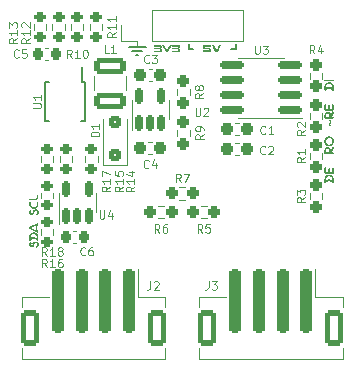
<source format=gto>
G04 #@! TF.GenerationSoftware,KiCad,Pcbnew,7.0.1*
G04 #@! TF.CreationDate,2023-07-17T03:26:51+02:00*
G04 #@! TF.ProjectId,RS485_interface,52533438-355f-4696-9e74-657266616365,2*
G04 #@! TF.SameCoordinates,Original*
G04 #@! TF.FileFunction,Legend,Top*
G04 #@! TF.FilePolarity,Positive*
%FSLAX46Y46*%
G04 Gerber Fmt 4.6, Leading zero omitted, Abs format (unit mm)*
G04 Created by KiCad (PCBNEW 7.0.1) date 2023-07-17 03:26:51*
%MOMM*%
%LPD*%
G01*
G04 APERTURE LIST*
G04 Aperture macros list*
%AMRoundRect*
0 Rectangle with rounded corners*
0 $1 Rounding radius*
0 $2 $3 $4 $5 $6 $7 $8 $9 X,Y pos of 4 corners*
0 Add a 4 corners polygon primitive as box body*
4,1,4,$2,$3,$4,$5,$6,$7,$8,$9,$2,$3,0*
0 Add four circle primitives for the rounded corners*
1,1,$1+$1,$2,$3*
1,1,$1+$1,$4,$5*
1,1,$1+$1,$6,$7*
1,1,$1+$1,$8,$9*
0 Add four rect primitives between the rounded corners*
20,1,$1+$1,$2,$3,$4,$5,0*
20,1,$1+$1,$4,$5,$6,$7,0*
20,1,$1+$1,$6,$7,$8,$9,0*
20,1,$1+$1,$8,$9,$2,$3,0*%
G04 Aperture macros list end*
%ADD10C,0.100000*%
%ADD11C,0.150000*%
%ADD12C,0.120000*%
%ADD13C,2.200000*%
%ADD14R,2.000000X2.000000*%
%ADD15O,2.000000X2.000000*%
%ADD16O,1.700000X1.700000*%
%ADD17RoundRect,0.225000X0.225000X0.250000X-0.225000X0.250000X-0.225000X-0.250000X0.225000X-0.250000X0*%
%ADD18RoundRect,0.225000X-0.225000X-0.250000X0.225000X-0.250000X0.225000X0.250000X-0.225000X0.250000X0*%
%ADD19R,0.300000X1.400000*%
%ADD20RoundRect,0.150000X0.150000X-0.512500X0.150000X0.512500X-0.150000X0.512500X-0.150000X-0.512500X0*%
%ADD21RoundRect,0.200000X0.275000X-0.200000X0.275000X0.200000X-0.275000X0.200000X-0.275000X-0.200000X0*%
%ADD22RoundRect,0.200000X-0.275000X0.200000X-0.275000X-0.200000X0.275000X-0.200000X0.275000X0.200000X0*%
%ADD23RoundRect,0.250000X0.550000X1.250000X-0.550000X1.250000X-0.550000X-1.250000X0.550000X-1.250000X0*%
%ADD24RoundRect,0.250000X0.250000X2.500000X-0.250000X2.500000X-0.250000X-2.500000X0.250000X-2.500000X0*%
%ADD25RoundRect,0.237500X-0.300000X-0.237500X0.300000X-0.237500X0.300000X0.237500X-0.300000X0.237500X0*%
%ADD26RoundRect,0.237500X0.250000X0.237500X-0.250000X0.237500X-0.250000X-0.237500X0.250000X-0.237500X0*%
%ADD27RoundRect,0.237500X0.237500X-0.250000X0.237500X0.250000X-0.237500X0.250000X-0.237500X-0.250000X0*%
%ADD28RoundRect,0.250000X0.300000X-0.300000X0.300000X0.300000X-0.300000X0.300000X-0.300000X-0.300000X0*%
%ADD29RoundRect,0.150000X0.825000X0.150000X-0.825000X0.150000X-0.825000X-0.150000X0.825000X-0.150000X0*%
%ADD30RoundRect,0.250001X-1.074999X0.462499X-1.074999X-0.462499X1.074999X-0.462499X1.074999X0.462499X0*%
G04 APERTURE END LIST*
D10*
G36*
X119882897Y-60386280D02*
G01*
X119890770Y-60386587D01*
X119899921Y-60387104D01*
X119909276Y-60387709D01*
X119917912Y-60388303D01*
X119927586Y-60388993D01*
X119935532Y-60389571D01*
X119943707Y-60390194D01*
X119952403Y-60391399D01*
X119961615Y-60393182D01*
X119971338Y-60395537D01*
X119981567Y-60398461D01*
X119992298Y-60401948D01*
X119999727Y-60404583D01*
X120007376Y-60407464D01*
X120015243Y-60410591D01*
X120023327Y-60413962D01*
X120031625Y-60417575D01*
X120040136Y-60421430D01*
X120048860Y-60425524D01*
X120057671Y-60429833D01*
X120066371Y-60434408D01*
X120074959Y-60439247D01*
X120083433Y-60444352D01*
X120091793Y-60449721D01*
X120100037Y-60455354D01*
X120108164Y-60461251D01*
X120116174Y-60467411D01*
X120124064Y-60473835D01*
X120131834Y-60480522D01*
X120139483Y-60487472D01*
X120147009Y-60494684D01*
X120154412Y-60502158D01*
X120161690Y-60509895D01*
X120168842Y-60517893D01*
X120175867Y-60526152D01*
X120183827Y-60536019D01*
X120191340Y-60545877D01*
X120198418Y-60555726D01*
X120205074Y-60565569D01*
X120211321Y-60575408D01*
X120217171Y-60585246D01*
X120222638Y-60595085D01*
X120227735Y-60604926D01*
X120232473Y-60614773D01*
X120236865Y-60624627D01*
X120240926Y-60634491D01*
X120244666Y-60644366D01*
X120248100Y-60654256D01*
X120251239Y-60664161D01*
X120254097Y-60674085D01*
X120256686Y-60684030D01*
X120259020Y-60693998D01*
X120261110Y-60703991D01*
X120262970Y-60714011D01*
X120264613Y-60724061D01*
X120266050Y-60734142D01*
X120267296Y-60744258D01*
X120268362Y-60754410D01*
X120269262Y-60764600D01*
X120270008Y-60774831D01*
X120270613Y-60785104D01*
X120271090Y-60795423D01*
X120271452Y-60805789D01*
X120271711Y-60816205D01*
X120271880Y-60826672D01*
X120271973Y-60837193D01*
X120272001Y-60847771D01*
X120271908Y-60856095D01*
X120271737Y-60864677D01*
X120271502Y-60875465D01*
X120271320Y-60883972D01*
X120271126Y-60893595D01*
X120270926Y-60904386D01*
X120270725Y-60916400D01*
X120270531Y-60929691D01*
X120270350Y-60944312D01*
X120270266Y-60952139D01*
X120270187Y-60960318D01*
X120270115Y-60968856D01*
X120270050Y-60977761D01*
X120269992Y-60987039D01*
X120269944Y-60996696D01*
X120269904Y-61006740D01*
X120269875Y-61017177D01*
X120269857Y-61028014D01*
X120269851Y-61039257D01*
X120269516Y-61046853D01*
X120267817Y-61057598D01*
X120264795Y-61067540D01*
X120260578Y-61076659D01*
X120255293Y-61084930D01*
X120249068Y-61092331D01*
X120242030Y-61098837D01*
X120234307Y-61104427D01*
X120226027Y-61109076D01*
X120217316Y-61112762D01*
X120208302Y-61115461D01*
X120206707Y-61115740D01*
X120198566Y-61117052D01*
X120190326Y-61117610D01*
X120188410Y-61117590D01*
X120180233Y-61117033D01*
X120171433Y-61115508D01*
X120162274Y-61112736D01*
X120153017Y-61108441D01*
X120146169Y-61104053D01*
X120139526Y-61098536D01*
X120133200Y-61091772D01*
X120127300Y-61083645D01*
X120121938Y-61074037D01*
X120117168Y-61064755D01*
X120111744Y-61055818D01*
X120105693Y-61047230D01*
X120099043Y-61038998D01*
X120091822Y-61031126D01*
X120084057Y-61023620D01*
X120075776Y-61016486D01*
X120067007Y-61009728D01*
X120057779Y-61003353D01*
X120048117Y-60997366D01*
X120038051Y-60991772D01*
X120027608Y-60986577D01*
X120016816Y-60981786D01*
X120005702Y-60977405D01*
X119994295Y-60973438D01*
X119982622Y-60969892D01*
X119976903Y-60968269D01*
X119965889Y-60965378D01*
X119955457Y-60962932D01*
X119945623Y-60960895D01*
X119936405Y-60959231D01*
X119927821Y-60957904D01*
X119916172Y-60956466D01*
X119906050Y-60955584D01*
X119897514Y-60955135D01*
X119888704Y-60954999D01*
X119880430Y-60955238D01*
X119871157Y-60955349D01*
X119861881Y-60955686D01*
X119852612Y-60956249D01*
X119843361Y-60957039D01*
X119834137Y-60958058D01*
X119824952Y-60959308D01*
X119815813Y-60960789D01*
X119806733Y-60962504D01*
X119797721Y-60964453D01*
X119788786Y-60966639D01*
X119779939Y-60969062D01*
X119771191Y-60971724D01*
X119762550Y-60974626D01*
X119754028Y-60977771D01*
X119745633Y-60981159D01*
X119737377Y-60984791D01*
X119729269Y-60988669D01*
X119721320Y-60992796D01*
X119713539Y-60997171D01*
X119705936Y-61001796D01*
X119698522Y-61006674D01*
X119691306Y-61011805D01*
X119684299Y-61017190D01*
X119677510Y-61022832D01*
X119670951Y-61028731D01*
X119664629Y-61034889D01*
X119658557Y-61041308D01*
X119652744Y-61047989D01*
X119647199Y-61054933D01*
X119641934Y-61062142D01*
X119636957Y-61069616D01*
X119632280Y-61077359D01*
X119626619Y-61086388D01*
X119620482Y-61093989D01*
X119613980Y-61100280D01*
X119607224Y-61105379D01*
X119600325Y-61109404D01*
X119591095Y-61113303D01*
X119582073Y-61115782D01*
X119573520Y-61117119D01*
X119563892Y-61117610D01*
X119555213Y-61117234D01*
X119546532Y-61115928D01*
X119538838Y-61113859D01*
X119530633Y-61110593D01*
X119522058Y-61105863D01*
X119515469Y-61101196D01*
X119508812Y-61095445D01*
X119502147Y-61088496D01*
X119499917Y-61086136D01*
X119495012Y-61079785D01*
X119491050Y-61072814D01*
X119488007Y-61065248D01*
X119485861Y-61057116D01*
X119484590Y-61048443D01*
X119484171Y-61039257D01*
X119484171Y-60879034D01*
X119617625Y-60879034D01*
X119631821Y-60869864D01*
X119646401Y-60861264D01*
X119661341Y-60853236D01*
X119676614Y-60845784D01*
X119692195Y-60838914D01*
X119708059Y-60832628D01*
X119724181Y-60826932D01*
X119740534Y-60821829D01*
X119757094Y-60817323D01*
X119773836Y-60813419D01*
X119790733Y-60810120D01*
X119807761Y-60807431D01*
X119824894Y-60805356D01*
X119842107Y-60803899D01*
X119859373Y-60803064D01*
X119876669Y-60802854D01*
X119893968Y-60803276D01*
X119911245Y-60804331D01*
X119928475Y-60806025D01*
X119945632Y-60808362D01*
X119962691Y-60811345D01*
X119979626Y-60814979D01*
X119996412Y-60819268D01*
X120013024Y-60824217D01*
X120029436Y-60829828D01*
X120045623Y-60836107D01*
X120061559Y-60843057D01*
X120077219Y-60850682D01*
X120092578Y-60858987D01*
X120107610Y-60867976D01*
X120122290Y-60877653D01*
X120136592Y-60888022D01*
X120136592Y-60779383D01*
X120135906Y-60764303D01*
X120134487Y-60749728D01*
X120132362Y-60735655D01*
X120129554Y-60722084D01*
X120126090Y-60709011D01*
X120121995Y-60696437D01*
X120117294Y-60684358D01*
X120112012Y-60672774D01*
X120106176Y-60661682D01*
X120099810Y-60651081D01*
X120092940Y-60640969D01*
X120085591Y-60631345D01*
X120077788Y-60622207D01*
X120069558Y-60613553D01*
X120060924Y-60605381D01*
X120051913Y-60597690D01*
X120042550Y-60590479D01*
X120032861Y-60583745D01*
X120022870Y-60577486D01*
X120012603Y-60571702D01*
X120002085Y-60566390D01*
X119991343Y-60561549D01*
X119980400Y-60557177D01*
X119969283Y-60553272D01*
X119958017Y-60549833D01*
X119946627Y-60546858D01*
X119935138Y-60544345D01*
X119923577Y-60542293D01*
X119911968Y-60540700D01*
X119900337Y-60539564D01*
X119888708Y-60538883D01*
X119877109Y-60538657D01*
X119873732Y-60538443D01*
X119865847Y-60538265D01*
X119856341Y-60538613D01*
X119847371Y-60539393D01*
X119836839Y-60540785D01*
X119828958Y-60542126D01*
X119820395Y-60543850D01*
X119811155Y-60546001D01*
X119801241Y-60548624D01*
X119790658Y-60551762D01*
X119779412Y-60555461D01*
X119773726Y-60557395D01*
X119765316Y-60560543D01*
X119757054Y-60563982D01*
X119748949Y-60567706D01*
X119741010Y-60571712D01*
X119733246Y-60575994D01*
X119725665Y-60580547D01*
X119718275Y-60585367D01*
X119711087Y-60590449D01*
X119704107Y-60595788D01*
X119697346Y-60601379D01*
X119688497Y-60609381D01*
X119680064Y-60617856D01*
X119672067Y-60626802D01*
X119664529Y-60636220D01*
X119657470Y-60646109D01*
X119650913Y-60656471D01*
X119644878Y-60667303D01*
X119639387Y-60678608D01*
X119634462Y-60690384D01*
X119630124Y-60702632D01*
X119626394Y-60715352D01*
X119623295Y-60728544D01*
X119620846Y-60742207D01*
X119619071Y-60756341D01*
X119617990Y-60770948D01*
X119617625Y-60786026D01*
X119617625Y-60879034D01*
X119484171Y-60879034D01*
X119484171Y-60772739D01*
X119484423Y-60764126D01*
X119485354Y-60755888D01*
X119486516Y-60748120D01*
X119487601Y-60737254D01*
X119488950Y-60726529D01*
X119490558Y-60715945D01*
X119492419Y-60705505D01*
X119494530Y-60695210D01*
X119496886Y-60685059D01*
X119499481Y-60675055D01*
X119502312Y-60665199D01*
X119505373Y-60655492D01*
X119508661Y-60645935D01*
X119512170Y-60636528D01*
X119515896Y-60627274D01*
X119519833Y-60618174D01*
X119523979Y-60609228D01*
X119528327Y-60600438D01*
X119532873Y-60591804D01*
X119537612Y-60583329D01*
X119542541Y-60575013D01*
X119547654Y-60566857D01*
X119552946Y-60558862D01*
X119558413Y-60551030D01*
X119564050Y-60543362D01*
X119569853Y-60535858D01*
X119575817Y-60528521D01*
X119581937Y-60521351D01*
X119588209Y-60514349D01*
X119594627Y-60507516D01*
X119601188Y-60500854D01*
X119607887Y-60494364D01*
X119614719Y-60488047D01*
X119621679Y-60481904D01*
X119628763Y-60475935D01*
X119636074Y-60470160D01*
X119643460Y-60464592D01*
X119650917Y-60459231D01*
X119658442Y-60454074D01*
X119666030Y-60449120D01*
X119673677Y-60444368D01*
X119681379Y-60439815D01*
X119689133Y-60435461D01*
X119696935Y-60431304D01*
X119704780Y-60427341D01*
X119712664Y-60423572D01*
X119720585Y-60419995D01*
X119728537Y-60416608D01*
X119736517Y-60413409D01*
X119744521Y-60410398D01*
X119752545Y-60407572D01*
X119760585Y-60404929D01*
X119768637Y-60402469D01*
X119776697Y-60400189D01*
X119784761Y-60398089D01*
X119792826Y-60396165D01*
X119800887Y-60394417D01*
X119808940Y-60392844D01*
X119816982Y-60391443D01*
X119825009Y-60390212D01*
X119833016Y-60389151D01*
X119840999Y-60388258D01*
X119848956Y-60387531D01*
X119856881Y-60386968D01*
X119864771Y-60386568D01*
X119880430Y-60386249D01*
X119882897Y-60386280D01*
G37*
G36*
X119550409Y-60319620D02*
G01*
X120205957Y-60319620D01*
X120215894Y-60318870D01*
X120225403Y-60316690D01*
X120234362Y-60313185D01*
X120242653Y-60308461D01*
X120250156Y-60302622D01*
X120256751Y-60295775D01*
X120262318Y-60288025D01*
X120266737Y-60279476D01*
X120269889Y-60270234D01*
X120271654Y-60260404D01*
X120272001Y-60253577D01*
X120272001Y-59849306D01*
X120271609Y-59841161D01*
X120268624Y-59826447D01*
X120263039Y-59813834D01*
X120255253Y-59803324D01*
X120245666Y-59794916D01*
X120234679Y-59788610D01*
X120222692Y-59784406D01*
X120210104Y-59782304D01*
X120197316Y-59782304D01*
X120184729Y-59784406D01*
X120172741Y-59788610D01*
X120161754Y-59794916D01*
X120152167Y-59803324D01*
X120144381Y-59813834D01*
X120138796Y-59826447D01*
X120135812Y-59841161D01*
X120135420Y-59849306D01*
X120135420Y-60183039D01*
X119946864Y-60183039D01*
X119946864Y-59917499D01*
X119946476Y-59909371D01*
X119943517Y-59894689D01*
X119937980Y-59882104D01*
X119930261Y-59871617D01*
X119920756Y-59863227D01*
X119909864Y-59856935D01*
X119897979Y-59852740D01*
X119885499Y-59850643D01*
X119872821Y-59850643D01*
X119860342Y-59852740D01*
X119848457Y-59856935D01*
X119837564Y-59863227D01*
X119828060Y-59871617D01*
X119820341Y-59882104D01*
X119814803Y-59894689D01*
X119811845Y-59909371D01*
X119811456Y-59917499D01*
X119811456Y-60183039D01*
X119620947Y-60183039D01*
X119620947Y-59849306D01*
X119620554Y-59841161D01*
X119617566Y-59826447D01*
X119611973Y-59813834D01*
X119604175Y-59803324D01*
X119594575Y-59794916D01*
X119583572Y-59788610D01*
X119571567Y-59784406D01*
X119558962Y-59782304D01*
X119546156Y-59782304D01*
X119533550Y-59784406D01*
X119521545Y-59788610D01*
X119510543Y-59794916D01*
X119500942Y-59803324D01*
X119493145Y-59813834D01*
X119487552Y-59826447D01*
X119484563Y-59841161D01*
X119484171Y-59849306D01*
X119484171Y-60253577D01*
X119484926Y-60263740D01*
X119487119Y-60273385D01*
X119490643Y-60282407D01*
X119495392Y-60290702D01*
X119501257Y-60298163D01*
X119508131Y-60304686D01*
X119515908Y-60310164D01*
X119524480Y-60314494D01*
X119533740Y-60317569D01*
X119543580Y-60319284D01*
X119550409Y-60319620D01*
G37*
G36*
X120211787Y-58027860D02*
G01*
X120219604Y-58029274D01*
X120230297Y-58033069D01*
X120239757Y-58038765D01*
X120247990Y-58046239D01*
X120255001Y-58055371D01*
X120258999Y-58062319D01*
X120262459Y-58069913D01*
X120265382Y-58078118D01*
X120267769Y-58086896D01*
X120269623Y-58096213D01*
X120270945Y-58106032D01*
X120271737Y-58116317D01*
X120272001Y-58127031D01*
X120271754Y-58137829D01*
X120271015Y-58148989D01*
X120269788Y-58160478D01*
X120268074Y-58172264D01*
X120265878Y-58184315D01*
X120263201Y-58196599D01*
X120260047Y-58209084D01*
X120256418Y-58221737D01*
X120252317Y-58234526D01*
X120247748Y-58247419D01*
X120242713Y-58260385D01*
X120237214Y-58273389D01*
X120231256Y-58286402D01*
X120224839Y-58299389D01*
X120217969Y-58312320D01*
X120210647Y-58325161D01*
X120202876Y-58337881D01*
X120194659Y-58350448D01*
X120185999Y-58362829D01*
X120176898Y-58374991D01*
X120167361Y-58386904D01*
X120157389Y-58398534D01*
X120146985Y-58409850D01*
X120136153Y-58420819D01*
X120124894Y-58431409D01*
X120113213Y-58441588D01*
X120101111Y-58451323D01*
X120088592Y-58460583D01*
X120075659Y-58469335D01*
X120062314Y-58477548D01*
X120048561Y-58485188D01*
X120034401Y-58492223D01*
X120034401Y-58510200D01*
X120042557Y-58510200D01*
X120050393Y-58510200D01*
X120061547Y-58510200D01*
X120071982Y-58510200D01*
X120081699Y-58510200D01*
X120090699Y-58510200D01*
X120098983Y-58510200D01*
X120108915Y-58510200D01*
X120117579Y-58510200D01*
X120126627Y-58510200D01*
X120128208Y-58510093D01*
X120137126Y-58509586D01*
X120146260Y-58509236D01*
X120154935Y-58509063D01*
X120162970Y-58509027D01*
X120171611Y-58509045D01*
X120179677Y-58509115D01*
X120190775Y-58509369D01*
X120200775Y-58509878D01*
X120209794Y-58510721D01*
X120217950Y-58511983D01*
X120227681Y-58514456D01*
X120236362Y-58518012D01*
X120244269Y-58522846D01*
X120251679Y-58529153D01*
X120254162Y-58531925D01*
X120259650Y-58539056D01*
X120264120Y-58546433D01*
X120267581Y-58554006D01*
X120270042Y-58561727D01*
X120271512Y-58569547D01*
X120272001Y-58577415D01*
X120271923Y-58580759D01*
X120271055Y-58588888D01*
X120269239Y-58596711D01*
X120266493Y-58604255D01*
X120262834Y-58611548D01*
X120258281Y-58618614D01*
X120252852Y-58625482D01*
X120250703Y-58625482D01*
X120248353Y-58628136D01*
X120242097Y-58633964D01*
X120235257Y-58638661D01*
X120227784Y-58642260D01*
X120219628Y-58644792D01*
X120210741Y-58646288D01*
X120201072Y-58646780D01*
X119550409Y-58646780D01*
X119543580Y-58646444D01*
X119533740Y-58644729D01*
X119524480Y-58641654D01*
X119515908Y-58637325D01*
X119508131Y-58631846D01*
X119501257Y-58625323D01*
X119495392Y-58617862D01*
X119490643Y-58609568D01*
X119487119Y-58600545D01*
X119484926Y-58590900D01*
X119484171Y-58580737D01*
X119484171Y-58510200D01*
X119620947Y-58510200D01*
X119897820Y-58510200D01*
X119897820Y-58348804D01*
X119897616Y-58339019D01*
X119897014Y-58329591D01*
X119896027Y-58320518D01*
X119894671Y-58311796D01*
X119892961Y-58303422D01*
X119890912Y-58295394D01*
X119888537Y-58287708D01*
X119885853Y-58280361D01*
X119879612Y-58266672D01*
X119872308Y-58254303D01*
X119864058Y-58243228D01*
X119854980Y-58233424D01*
X119845193Y-58224865D01*
X119834813Y-58217527D01*
X119823960Y-58211386D01*
X119812751Y-58206416D01*
X119801303Y-58202594D01*
X119789735Y-58199894D01*
X119778165Y-58198293D01*
X119766711Y-58197764D01*
X119760366Y-58197568D01*
X119751969Y-58197836D01*
X119743166Y-58198814D01*
X119735449Y-58200220D01*
X119726850Y-58202365D01*
X119717434Y-58205393D01*
X119707267Y-58209452D01*
X119700104Y-58212802D01*
X119692656Y-58216717D01*
X119685186Y-58221365D01*
X119677963Y-58226512D01*
X119671019Y-58232155D01*
X119664388Y-58238290D01*
X119658102Y-58244913D01*
X119652193Y-58252019D01*
X119646693Y-58259605D01*
X119641634Y-58267666D01*
X119637050Y-58276200D01*
X119632972Y-58285201D01*
X119629432Y-58294666D01*
X119626464Y-58304590D01*
X119624099Y-58314970D01*
X119622369Y-58325802D01*
X119621308Y-58337081D01*
X119620947Y-58348804D01*
X119620947Y-58510200D01*
X119484171Y-58510200D01*
X119484171Y-58348804D01*
X119484533Y-58334191D01*
X119485607Y-58319747D01*
X119487377Y-58305492D01*
X119489825Y-58291445D01*
X119492936Y-58277625D01*
X119496691Y-58264052D01*
X119501075Y-58250744D01*
X119506070Y-58237722D01*
X119511660Y-58225005D01*
X119517827Y-58212611D01*
X119524555Y-58200560D01*
X119531827Y-58188872D01*
X119539626Y-58177566D01*
X119547935Y-58166661D01*
X119556737Y-58156176D01*
X119566017Y-58146131D01*
X119575755Y-58136545D01*
X119585937Y-58127438D01*
X119596544Y-58118828D01*
X119607561Y-58110736D01*
X119618970Y-58103180D01*
X119630754Y-58096179D01*
X119642897Y-58089754D01*
X119655382Y-58083923D01*
X119668191Y-58078705D01*
X119681309Y-58074121D01*
X119694718Y-58070188D01*
X119708401Y-58066928D01*
X119722341Y-58064358D01*
X119736522Y-58062499D01*
X119750927Y-58061369D01*
X119765539Y-58060988D01*
X119779090Y-58061314D01*
X119792407Y-58062281D01*
X119805480Y-58063874D01*
X119818298Y-58066079D01*
X119830853Y-58068881D01*
X119843132Y-58072266D01*
X119855128Y-58076218D01*
X119866829Y-58080723D01*
X119878226Y-58085766D01*
X119889309Y-58091332D01*
X119900067Y-58097408D01*
X119910492Y-58103976D01*
X119920572Y-58111024D01*
X119930298Y-58118537D01*
X119939660Y-58126499D01*
X119948647Y-58134896D01*
X119957251Y-58143713D01*
X119965461Y-58152936D01*
X119973266Y-58162549D01*
X119980657Y-58172538D01*
X119987625Y-58182889D01*
X119994158Y-58193586D01*
X120000247Y-58204615D01*
X120005883Y-58215960D01*
X120011054Y-58227608D01*
X120015751Y-58239544D01*
X120019965Y-58251752D01*
X120023685Y-58264218D01*
X120026900Y-58276928D01*
X120029602Y-58289866D01*
X120031780Y-58303018D01*
X120033424Y-58316368D01*
X120047937Y-58305981D01*
X120060945Y-58295220D01*
X120072539Y-58284131D01*
X120082811Y-58272760D01*
X120091851Y-58261153D01*
X120099751Y-58249357D01*
X120106602Y-58237418D01*
X120112495Y-58225382D01*
X120117520Y-58213295D01*
X120121770Y-58201203D01*
X120125335Y-58189152D01*
X120128307Y-58177189D01*
X120130776Y-58165360D01*
X120132833Y-58153710D01*
X120134571Y-58142286D01*
X120136079Y-58131135D01*
X120137450Y-58120301D01*
X120138773Y-58109833D01*
X120140141Y-58099774D01*
X120141645Y-58090173D01*
X120143375Y-58081074D01*
X120145422Y-58072525D01*
X120147878Y-58064570D01*
X120154382Y-58050632D01*
X120163614Y-58039628D01*
X120176304Y-58031928D01*
X120184174Y-58029432D01*
X120193181Y-58027901D01*
X120203417Y-58027380D01*
X120211787Y-58027860D01*
G37*
G36*
X119899147Y-57162330D02*
G01*
X119919744Y-57163953D01*
X119940046Y-57166623D01*
X119960026Y-57170315D01*
X119979659Y-57175001D01*
X119998920Y-57180654D01*
X120017783Y-57187247D01*
X120036221Y-57194753D01*
X120054209Y-57203145D01*
X120071721Y-57212396D01*
X120088732Y-57222479D01*
X120105216Y-57233366D01*
X120121147Y-57245030D01*
X120136499Y-57257445D01*
X120151247Y-57270583D01*
X120165364Y-57284418D01*
X120178825Y-57298922D01*
X120191605Y-57314068D01*
X120203677Y-57329829D01*
X120215016Y-57346178D01*
X120225595Y-57363087D01*
X120235390Y-57380531D01*
X120244374Y-57398481D01*
X120252522Y-57416911D01*
X120259808Y-57435793D01*
X120266206Y-57455101D01*
X120271690Y-57474807D01*
X120276235Y-57494884D01*
X120279815Y-57515306D01*
X120282404Y-57536044D01*
X120283976Y-57557073D01*
X120284506Y-57578364D01*
X120284209Y-57594462D01*
X120283326Y-57610398D01*
X120281868Y-57626162D01*
X120279844Y-57641744D01*
X120277264Y-57657132D01*
X120274140Y-57672318D01*
X120270481Y-57687289D01*
X120266297Y-57702037D01*
X120261600Y-57716549D01*
X120256399Y-57730817D01*
X120250704Y-57744829D01*
X120244526Y-57758574D01*
X120237876Y-57772044D01*
X120230762Y-57785226D01*
X120223197Y-57798111D01*
X120215190Y-57810688D01*
X120206751Y-57822947D01*
X120197890Y-57834877D01*
X120188619Y-57846468D01*
X120178947Y-57857709D01*
X120168885Y-57868591D01*
X120158442Y-57879101D01*
X120147630Y-57889231D01*
X120136458Y-57898970D01*
X120124937Y-57908306D01*
X120113077Y-57917230D01*
X120100889Y-57925732D01*
X120088382Y-57933800D01*
X120075567Y-57941425D01*
X120062455Y-57948595D01*
X120049055Y-57955301D01*
X120035378Y-57961532D01*
X120026143Y-57965407D01*
X120016831Y-57969041D01*
X120007440Y-57972435D01*
X119997972Y-57975586D01*
X119988426Y-57978493D01*
X119978802Y-57981155D01*
X119969100Y-57983570D01*
X119959321Y-57985737D01*
X119949463Y-57987654D01*
X119939528Y-57989321D01*
X119929515Y-57990735D01*
X119919424Y-57991895D01*
X119909255Y-57992800D01*
X119899008Y-57993448D01*
X119888683Y-57993838D01*
X119878281Y-57993968D01*
X119857293Y-57993425D01*
X119836588Y-57991812D01*
X119816191Y-57989157D01*
X119796127Y-57985487D01*
X119776421Y-57980827D01*
X119757098Y-57975204D01*
X119738184Y-57968646D01*
X119719703Y-57961178D01*
X119701682Y-57952828D01*
X119684144Y-57943621D01*
X119667115Y-57933586D01*
X119650621Y-57922747D01*
X119634686Y-57911132D01*
X119619336Y-57898767D01*
X119604595Y-57885679D01*
X119590490Y-57871895D01*
X119577044Y-57857442D01*
X119564284Y-57842345D01*
X119552233Y-57826631D01*
X119540919Y-57810328D01*
X119530365Y-57793461D01*
X119520596Y-57776058D01*
X119511639Y-57758145D01*
X119503518Y-57739748D01*
X119496258Y-57720894D01*
X119489884Y-57701610D01*
X119484422Y-57681923D01*
X119479897Y-57661859D01*
X119476333Y-57641444D01*
X119473757Y-57620706D01*
X119472193Y-57599670D01*
X119471666Y-57578364D01*
X119606097Y-57578364D01*
X119606447Y-57592367D01*
X119607488Y-57606225D01*
X119609202Y-57619919D01*
X119611573Y-57633430D01*
X119614585Y-57646736D01*
X119618222Y-57659820D01*
X119622467Y-57672661D01*
X119627303Y-57685239D01*
X119632715Y-57697535D01*
X119638686Y-57709529D01*
X119645199Y-57721201D01*
X119652238Y-57732533D01*
X119659787Y-57743503D01*
X119667830Y-57754093D01*
X119676349Y-57764282D01*
X119685329Y-57774052D01*
X119694753Y-57783382D01*
X119704606Y-57792252D01*
X119714869Y-57800644D01*
X119725528Y-57808536D01*
X119736565Y-57815911D01*
X119747965Y-57822747D01*
X119759710Y-57829026D01*
X119771785Y-57834728D01*
X119784173Y-57839832D01*
X119796858Y-57844320D01*
X119809823Y-57848171D01*
X119823052Y-57851366D01*
X119836529Y-57853885D01*
X119850237Y-57855709D01*
X119864160Y-57856818D01*
X119878281Y-57857192D01*
X119891800Y-57856847D01*
X119905196Y-57855821D01*
X119918448Y-57854128D01*
X119931538Y-57851783D01*
X119944444Y-57848799D01*
X119957147Y-57845190D01*
X119969626Y-57840972D01*
X119981861Y-57836157D01*
X119993833Y-57830759D01*
X120005522Y-57824794D01*
X120016906Y-57818275D01*
X120027967Y-57811216D01*
X120038684Y-57803631D01*
X120049037Y-57795534D01*
X120059006Y-57786940D01*
X120068571Y-57777862D01*
X120077711Y-57768315D01*
X120086408Y-57758312D01*
X120094640Y-57747869D01*
X120102387Y-57736998D01*
X120109630Y-57725714D01*
X120116349Y-57714031D01*
X120122523Y-57701964D01*
X120128132Y-57689525D01*
X120133157Y-57676730D01*
X120137577Y-57663593D01*
X120141371Y-57650127D01*
X120144521Y-57636347D01*
X120147006Y-57622266D01*
X120148806Y-57607900D01*
X120149901Y-57593261D01*
X120150270Y-57578364D01*
X120149929Y-57564069D01*
X120148918Y-57549956D01*
X120147249Y-57536042D01*
X120144938Y-57522345D01*
X120141999Y-57508884D01*
X120138447Y-57495675D01*
X120134296Y-57482737D01*
X120129561Y-57470088D01*
X120124256Y-57457746D01*
X120118395Y-57445728D01*
X120111994Y-57434052D01*
X120105066Y-57422736D01*
X120097627Y-57411798D01*
X120089689Y-57401256D01*
X120081269Y-57391128D01*
X120072381Y-57381431D01*
X120063038Y-57372184D01*
X120053256Y-57363404D01*
X120043050Y-57355109D01*
X120032432Y-57347316D01*
X120021419Y-57340045D01*
X120010024Y-57333312D01*
X119998262Y-57327136D01*
X119986148Y-57321534D01*
X119973695Y-57316524D01*
X119960920Y-57312124D01*
X119947835Y-57308352D01*
X119934455Y-57305226D01*
X119920795Y-57302764D01*
X119906870Y-57300983D01*
X119892694Y-57299901D01*
X119878281Y-57299537D01*
X119864160Y-57299905D01*
X119850237Y-57300996D01*
X119836529Y-57302792D01*
X119823052Y-57305274D01*
X119809823Y-57308425D01*
X119796858Y-57312225D01*
X119784173Y-57316655D01*
X119771785Y-57321699D01*
X119759710Y-57327336D01*
X119747965Y-57333548D01*
X119736565Y-57340318D01*
X119725528Y-57347625D01*
X119714869Y-57355453D01*
X119704606Y-57363782D01*
X119694753Y-57372594D01*
X119685329Y-57381871D01*
X119676349Y-57391593D01*
X119667830Y-57401743D01*
X119659787Y-57412302D01*
X119652238Y-57423251D01*
X119645199Y-57434573D01*
X119638686Y-57446247D01*
X119632715Y-57458257D01*
X119627303Y-57470583D01*
X119622467Y-57483207D01*
X119618222Y-57496111D01*
X119614585Y-57509275D01*
X119611573Y-57522682D01*
X119609202Y-57536313D01*
X119607488Y-57550149D01*
X119606447Y-57564172D01*
X119606097Y-57578364D01*
X119471666Y-57578364D01*
X119472196Y-57556866D01*
X119473770Y-57535658D01*
X119476361Y-57514764D01*
X119479945Y-57494211D01*
X119484495Y-57474024D01*
X119489985Y-57454230D01*
X119496389Y-57434854D01*
X119503683Y-57415921D01*
X119511839Y-57397459D01*
X119520833Y-57379492D01*
X119530637Y-57362046D01*
X119541228Y-57345147D01*
X119552578Y-57328821D01*
X119564662Y-57313094D01*
X119577455Y-57297991D01*
X119590929Y-57283539D01*
X119605061Y-57269762D01*
X119619823Y-57256688D01*
X119635190Y-57244341D01*
X119651136Y-57232747D01*
X119667636Y-57221933D01*
X119684663Y-57211924D01*
X119702193Y-57202745D01*
X119720198Y-57194424D01*
X119738653Y-57186984D01*
X119757533Y-57180453D01*
X119776812Y-57174856D01*
X119796463Y-57170219D01*
X119816462Y-57166567D01*
X119836781Y-57163927D01*
X119857396Y-57162324D01*
X119878281Y-57161784D01*
X119899147Y-57162330D01*
G37*
G36*
X105522367Y-50045920D02*
G01*
X105534966Y-50045708D01*
X105547211Y-50045078D01*
X105559099Y-50044034D01*
X105570628Y-50042583D01*
X105581794Y-50040730D01*
X105592594Y-50038481D01*
X105603025Y-50035842D01*
X105613085Y-50032819D01*
X105622770Y-50029417D01*
X105632076Y-50025642D01*
X105641002Y-50021500D01*
X105649543Y-50016996D01*
X105657698Y-50012137D01*
X105665462Y-50006928D01*
X105672834Y-50001375D01*
X105679809Y-49995483D01*
X105686385Y-49989259D01*
X105692558Y-49982708D01*
X105698327Y-49975836D01*
X105703687Y-49968649D01*
X105708635Y-49961152D01*
X105713170Y-49953352D01*
X105717287Y-49945253D01*
X105720983Y-49936862D01*
X105724256Y-49928185D01*
X105727102Y-49919226D01*
X105729519Y-49909993D01*
X105731503Y-49900491D01*
X105733052Y-49890725D01*
X105734162Y-49880701D01*
X105734830Y-49870426D01*
X105735053Y-49859904D01*
X105734945Y-49852731D01*
X105734622Y-49845702D01*
X105734090Y-49838820D01*
X105732414Y-49825508D01*
X105729950Y-49812811D01*
X105726734Y-49800751D01*
X105722799Y-49789345D01*
X105718182Y-49778613D01*
X105712915Y-49768573D01*
X105707034Y-49759245D01*
X105700573Y-49750648D01*
X105693567Y-49742801D01*
X105686050Y-49735723D01*
X105678058Y-49729433D01*
X105669623Y-49723949D01*
X105660782Y-49719292D01*
X105651569Y-49715479D01*
X105646833Y-49713896D01*
X105655064Y-49710215D01*
X105662826Y-49705793D01*
X105670110Y-49700652D01*
X105676908Y-49694817D01*
X105683210Y-49688310D01*
X105689010Y-49681156D01*
X105694297Y-49673377D01*
X105699064Y-49664998D01*
X105703302Y-49656042D01*
X105707003Y-49646533D01*
X105710158Y-49636494D01*
X105712758Y-49625948D01*
X105714795Y-49614919D01*
X105716261Y-49603431D01*
X105717146Y-49591507D01*
X105717443Y-49579171D01*
X105717284Y-49570311D01*
X105716803Y-49561592D01*
X105715996Y-49553024D01*
X105714856Y-49544616D01*
X105713379Y-49536376D01*
X105711561Y-49528315D01*
X105709394Y-49520441D01*
X105706875Y-49512763D01*
X105703999Y-49505291D01*
X105700760Y-49498034D01*
X105697153Y-49491000D01*
X105693172Y-49484200D01*
X105688814Y-49477642D01*
X105684072Y-49471336D01*
X105678942Y-49465290D01*
X105673419Y-49459514D01*
X105667496Y-49454017D01*
X105661170Y-49448808D01*
X105654435Y-49443897D01*
X105647286Y-49439292D01*
X105639717Y-49435002D01*
X105631724Y-49431038D01*
X105623302Y-49427408D01*
X105614445Y-49424120D01*
X105605148Y-49421186D01*
X105595406Y-49418612D01*
X105585214Y-49416410D01*
X105574567Y-49414587D01*
X105563460Y-49413154D01*
X105551887Y-49412118D01*
X105539844Y-49411490D01*
X105527325Y-49411279D01*
X105061774Y-49411279D01*
X105061774Y-49570110D01*
X105504757Y-49570110D01*
X105512686Y-49570532D01*
X105519921Y-49571790D01*
X105526442Y-49573874D01*
X105533995Y-49577918D01*
X105540203Y-49583384D01*
X105545022Y-49590246D01*
X105548406Y-49598477D01*
X105549978Y-49605535D01*
X105550699Y-49613337D01*
X105550748Y-49616101D01*
X105550314Y-49624170D01*
X105549023Y-49631534D01*
X105546896Y-49638175D01*
X105542789Y-49645869D01*
X105537270Y-49652194D01*
X105530384Y-49657106D01*
X105522175Y-49660558D01*
X105515176Y-49662161D01*
X105507476Y-49662897D01*
X105504757Y-49662947D01*
X105068612Y-49662947D01*
X105068612Y-49794252D01*
X105514502Y-49794252D01*
X105523003Y-49794720D01*
X105530791Y-49796106D01*
X105537840Y-49798379D01*
X105544123Y-49801510D01*
X105551261Y-49806968D01*
X105556924Y-49813828D01*
X105560165Y-49819852D01*
X105562514Y-49826595D01*
X105563943Y-49834029D01*
X105564425Y-49842123D01*
X105563943Y-49849730D01*
X105562514Y-49856669D01*
X105559183Y-49864854D01*
X105554281Y-49871780D01*
X105547872Y-49877404D01*
X105540021Y-49881685D01*
X105533224Y-49883989D01*
X105525679Y-49885495D01*
X105517413Y-49886187D01*
X105514502Y-49886234D01*
X105061774Y-49886234D01*
X105061774Y-50045920D01*
X105522367Y-50045920D01*
G37*
G36*
X106166240Y-50045920D02*
G01*
X106175408Y-50045509D01*
X106184158Y-50044277D01*
X106192484Y-50042224D01*
X106200383Y-50039347D01*
X106207851Y-50035646D01*
X106214882Y-50031121D01*
X106221473Y-50025770D01*
X106227621Y-50019593D01*
X106233319Y-50012588D01*
X106238565Y-50004756D01*
X106241808Y-49999074D01*
X106568019Y-49411279D01*
X106374994Y-49411279D01*
X106146578Y-49840926D01*
X105918333Y-49411279D01*
X105725308Y-49411279D01*
X106050664Y-49999074D01*
X106055587Y-50007459D01*
X106061018Y-50015015D01*
X106066941Y-50021744D01*
X106073342Y-50027645D01*
X106080205Y-50032721D01*
X106087515Y-50036971D01*
X106095256Y-50040397D01*
X106103414Y-50043000D01*
X106111972Y-50044779D01*
X106120917Y-50045737D01*
X106127088Y-50045920D01*
X106166240Y-50045920D01*
G37*
G36*
X107066568Y-50045920D02*
G01*
X107079167Y-50045708D01*
X107091412Y-50045078D01*
X107103300Y-50044034D01*
X107114829Y-50042583D01*
X107125995Y-50040730D01*
X107136795Y-50038481D01*
X107147226Y-50035842D01*
X107157286Y-50032819D01*
X107166970Y-50029417D01*
X107176277Y-50025642D01*
X107185203Y-50021500D01*
X107193744Y-50016996D01*
X107201899Y-50012137D01*
X107209663Y-50006928D01*
X107217035Y-50001375D01*
X107224010Y-49995483D01*
X107230586Y-49989259D01*
X107236759Y-49982708D01*
X107242528Y-49975836D01*
X107247888Y-49968649D01*
X107252836Y-49961152D01*
X107257371Y-49953352D01*
X107261488Y-49945253D01*
X107265184Y-49936862D01*
X107268457Y-49928185D01*
X107271303Y-49919226D01*
X107273720Y-49909993D01*
X107275704Y-49900491D01*
X107277253Y-49890725D01*
X107278363Y-49880701D01*
X107279031Y-49870426D01*
X107279254Y-49859904D01*
X107279146Y-49852731D01*
X107278823Y-49845702D01*
X107278291Y-49838820D01*
X107276614Y-49825508D01*
X107274151Y-49812811D01*
X107270935Y-49800751D01*
X107267000Y-49789345D01*
X107262382Y-49778613D01*
X107257116Y-49768573D01*
X107251235Y-49759245D01*
X107244774Y-49750648D01*
X107237768Y-49742801D01*
X107230251Y-49735723D01*
X107222259Y-49729433D01*
X107213824Y-49723949D01*
X107204983Y-49719292D01*
X107195769Y-49715479D01*
X107191034Y-49713896D01*
X107199265Y-49710215D01*
X107207027Y-49705793D01*
X107214311Y-49700652D01*
X107221109Y-49694817D01*
X107227411Y-49688310D01*
X107233211Y-49681156D01*
X107238498Y-49673377D01*
X107243265Y-49664998D01*
X107247503Y-49656042D01*
X107251204Y-49646533D01*
X107254359Y-49636494D01*
X107256959Y-49625948D01*
X107258996Y-49614919D01*
X107260462Y-49603431D01*
X107261347Y-49591507D01*
X107261644Y-49579171D01*
X107261485Y-49570311D01*
X107261004Y-49561592D01*
X107260197Y-49553024D01*
X107259057Y-49544616D01*
X107257580Y-49536376D01*
X107255761Y-49528315D01*
X107253595Y-49520441D01*
X107251076Y-49512763D01*
X107248200Y-49505291D01*
X107244961Y-49498034D01*
X107241354Y-49491000D01*
X107237373Y-49484200D01*
X107233015Y-49477642D01*
X107228273Y-49471336D01*
X107223143Y-49465290D01*
X107217620Y-49459514D01*
X107211697Y-49454017D01*
X107205371Y-49448808D01*
X107198636Y-49443897D01*
X107191487Y-49439292D01*
X107183918Y-49435002D01*
X107175925Y-49431038D01*
X107167503Y-49427408D01*
X107158646Y-49424120D01*
X107149349Y-49421186D01*
X107139607Y-49418612D01*
X107129415Y-49416410D01*
X107118768Y-49414587D01*
X107107661Y-49413154D01*
X107096088Y-49412118D01*
X107084045Y-49411490D01*
X107071526Y-49411279D01*
X106605974Y-49411279D01*
X106605974Y-49570110D01*
X107048958Y-49570110D01*
X107056887Y-49570532D01*
X107064122Y-49571790D01*
X107070643Y-49573874D01*
X107078196Y-49577918D01*
X107084404Y-49583384D01*
X107089223Y-49590246D01*
X107092607Y-49598477D01*
X107094179Y-49605535D01*
X107094900Y-49613337D01*
X107094949Y-49616101D01*
X107094514Y-49624170D01*
X107093224Y-49631534D01*
X107091097Y-49638175D01*
X107086990Y-49645869D01*
X107081471Y-49652194D01*
X107074585Y-49657106D01*
X107066376Y-49660558D01*
X107059377Y-49662161D01*
X107051677Y-49662897D01*
X107048958Y-49662947D01*
X106612813Y-49662947D01*
X106612813Y-49794252D01*
X107058703Y-49794252D01*
X107067204Y-49794720D01*
X107074992Y-49796106D01*
X107082041Y-49798379D01*
X107088324Y-49801510D01*
X107095462Y-49806968D01*
X107101125Y-49813828D01*
X107104366Y-49819852D01*
X107106715Y-49826595D01*
X107108144Y-49834029D01*
X107108626Y-49842123D01*
X107108144Y-49849730D01*
X107106715Y-49856669D01*
X107103384Y-49864854D01*
X107098482Y-49871780D01*
X107092073Y-49877404D01*
X107084222Y-49881685D01*
X107077425Y-49883989D01*
X107069880Y-49885495D01*
X107061614Y-49886187D01*
X107058703Y-49886234D01*
X106605974Y-49886234D01*
X106605974Y-50045920D01*
X107066568Y-50045920D01*
G37*
G36*
X109663193Y-50045920D02*
G01*
X109674478Y-50045694D01*
X109685563Y-50045023D01*
X109696439Y-50043912D01*
X109707096Y-50042369D01*
X109717522Y-50040400D01*
X109727708Y-50038012D01*
X109737643Y-50035212D01*
X109747316Y-50032007D01*
X109756717Y-50028403D01*
X109765836Y-50024406D01*
X109774662Y-50020025D01*
X109783184Y-50015265D01*
X109791393Y-50010134D01*
X109799277Y-50004637D01*
X109806827Y-49998783D01*
X109814032Y-49992577D01*
X109820881Y-49986026D01*
X109827363Y-49979138D01*
X109833470Y-49971919D01*
X109839189Y-49964375D01*
X109844511Y-49956514D01*
X109849425Y-49948341D01*
X109853920Y-49939865D01*
X109857987Y-49931092D01*
X109861614Y-49922028D01*
X109864792Y-49912680D01*
X109867510Y-49903055D01*
X109869757Y-49893160D01*
X109871522Y-49883002D01*
X109872797Y-49872587D01*
X109873569Y-49861922D01*
X109873828Y-49851014D01*
X109873569Y-49840472D01*
X109872797Y-49830140D01*
X109871526Y-49820024D01*
X109869764Y-49810133D01*
X109867525Y-49800476D01*
X109864818Y-49791060D01*
X109861656Y-49781895D01*
X109858048Y-49772987D01*
X109854008Y-49764346D01*
X109849545Y-49755980D01*
X109844671Y-49747897D01*
X109839396Y-49740105D01*
X109833733Y-49732613D01*
X109827693Y-49725428D01*
X109821286Y-49718559D01*
X109814523Y-49712015D01*
X109807417Y-49705803D01*
X109799977Y-49699933D01*
X109792216Y-49694411D01*
X109784144Y-49689247D01*
X109775773Y-49684448D01*
X109767114Y-49680023D01*
X109758177Y-49675981D01*
X109748975Y-49672329D01*
X109739518Y-49669075D01*
X109729817Y-49666229D01*
X109719884Y-49663798D01*
X109709730Y-49661790D01*
X109699366Y-49660214D01*
X109688803Y-49659078D01*
X109678053Y-49658391D01*
X109667126Y-49658160D01*
X109401438Y-49658160D01*
X109401438Y-49575068D01*
X109846473Y-49575068D01*
X109846473Y-49411279D01*
X109237820Y-49411279D01*
X109237820Y-49794252D01*
X109660116Y-49794252D01*
X109668366Y-49795025D01*
X109676075Y-49797297D01*
X109683071Y-49800996D01*
X109689181Y-49806049D01*
X109694233Y-49812384D01*
X109698055Y-49819929D01*
X109700475Y-49828613D01*
X109701266Y-49835829D01*
X109701320Y-49838362D01*
X109700836Y-49845741D01*
X109699420Y-49852480D01*
X109696163Y-49860437D01*
X109691449Y-49867177D01*
X109685395Y-49872657D01*
X109678117Y-49876832D01*
X109669731Y-49879659D01*
X109662784Y-49880868D01*
X109655329Y-49881275D01*
X109237820Y-49881275D01*
X109237820Y-50045920D01*
X109663193Y-50045920D01*
G37*
G36*
X110364683Y-50045920D02*
G01*
X110373852Y-50045509D01*
X110382601Y-50044277D01*
X110390928Y-50042224D01*
X110398827Y-50039347D01*
X110406294Y-50035646D01*
X110413326Y-50031121D01*
X110419917Y-50025770D01*
X110426064Y-50019593D01*
X110431763Y-50012588D01*
X110437008Y-50004756D01*
X110440252Y-49999074D01*
X110766463Y-49411279D01*
X110573438Y-49411279D01*
X110345022Y-49840926D01*
X110116777Y-49411279D01*
X109923752Y-49411279D01*
X110249108Y-49999074D01*
X110254031Y-50007459D01*
X110259462Y-50015015D01*
X110265385Y-50021744D01*
X110271786Y-50027645D01*
X110278649Y-50032721D01*
X110285958Y-50036971D01*
X110293699Y-50040397D01*
X110301857Y-50043000D01*
X110310416Y-50044779D01*
X110319361Y-50045737D01*
X110325531Y-50045920D01*
X110364683Y-50045920D01*
G37*
D11*
X103615001Y-50242920D02*
X103540001Y-50242920D01*
X107990001Y-49742920D02*
X107990001Y-49342920D01*
X111965000Y-49347920D02*
X111964999Y-49747920D01*
X103615001Y-50242920D02*
X103690001Y-50242920D01*
X103630001Y-49592920D02*
X104340001Y-49592920D01*
X108390001Y-49742920D02*
X107990001Y-49742920D01*
D12*
X103630001Y-49085420D02*
X103630001Y-49592920D01*
D11*
X103615001Y-49917920D02*
X103215001Y-49917920D01*
X111964999Y-49747920D02*
X111565001Y-49747920D01*
X102920001Y-49592920D02*
X103630001Y-49592920D01*
X103615001Y-49917920D02*
X104015001Y-49917920D01*
D10*
G36*
X119882897Y-52571277D02*
G01*
X119890770Y-52571584D01*
X119899921Y-52572101D01*
X119909276Y-52572706D01*
X119917912Y-52573300D01*
X119927586Y-52573990D01*
X119935532Y-52574568D01*
X119943707Y-52575191D01*
X119952403Y-52576396D01*
X119961615Y-52578179D01*
X119971338Y-52580534D01*
X119981567Y-52583458D01*
X119992298Y-52586945D01*
X119999727Y-52589580D01*
X120007376Y-52592461D01*
X120015243Y-52595588D01*
X120023327Y-52598959D01*
X120031625Y-52602572D01*
X120040136Y-52606427D01*
X120048860Y-52610521D01*
X120057671Y-52614830D01*
X120066371Y-52619405D01*
X120074959Y-52624244D01*
X120083433Y-52629349D01*
X120091793Y-52634718D01*
X120100037Y-52640351D01*
X120108164Y-52646248D01*
X120116174Y-52652408D01*
X120124064Y-52658832D01*
X120131834Y-52665519D01*
X120139483Y-52672469D01*
X120147009Y-52679681D01*
X120154412Y-52687155D01*
X120161690Y-52694892D01*
X120168842Y-52702890D01*
X120175867Y-52711149D01*
X120183827Y-52721016D01*
X120191340Y-52730874D01*
X120198418Y-52740723D01*
X120205074Y-52750566D01*
X120211321Y-52760405D01*
X120217171Y-52770243D01*
X120222638Y-52780082D01*
X120227735Y-52789923D01*
X120232473Y-52799770D01*
X120236865Y-52809624D01*
X120240926Y-52819488D01*
X120244666Y-52829363D01*
X120248100Y-52839253D01*
X120251239Y-52849158D01*
X120254097Y-52859082D01*
X120256686Y-52869027D01*
X120259020Y-52878995D01*
X120261110Y-52888988D01*
X120262970Y-52899008D01*
X120264613Y-52909058D01*
X120266050Y-52919139D01*
X120267296Y-52929255D01*
X120268362Y-52939407D01*
X120269262Y-52949597D01*
X120270008Y-52959828D01*
X120270613Y-52970101D01*
X120271090Y-52980420D01*
X120271452Y-52990786D01*
X120271711Y-53001202D01*
X120271880Y-53011669D01*
X120271973Y-53022190D01*
X120272001Y-53032768D01*
X120271908Y-53041092D01*
X120271737Y-53049674D01*
X120271502Y-53060462D01*
X120271320Y-53068969D01*
X120271126Y-53078592D01*
X120270926Y-53089383D01*
X120270725Y-53101397D01*
X120270531Y-53114688D01*
X120270350Y-53129309D01*
X120270266Y-53137136D01*
X120270187Y-53145315D01*
X120270115Y-53153853D01*
X120270050Y-53162758D01*
X120269992Y-53172036D01*
X120269944Y-53181693D01*
X120269904Y-53191737D01*
X120269875Y-53202174D01*
X120269857Y-53213011D01*
X120269851Y-53224254D01*
X120269516Y-53231850D01*
X120267817Y-53242595D01*
X120264795Y-53252537D01*
X120260578Y-53261656D01*
X120255293Y-53269927D01*
X120249068Y-53277328D01*
X120242030Y-53283834D01*
X120234307Y-53289424D01*
X120226027Y-53294073D01*
X120217316Y-53297759D01*
X120208302Y-53300458D01*
X120206707Y-53300737D01*
X120198566Y-53302049D01*
X120190326Y-53302607D01*
X120188410Y-53302587D01*
X120180233Y-53302030D01*
X120171433Y-53300505D01*
X120162274Y-53297733D01*
X120153017Y-53293438D01*
X120146169Y-53289050D01*
X120139526Y-53283533D01*
X120133200Y-53276769D01*
X120127300Y-53268642D01*
X120121938Y-53259034D01*
X120117168Y-53249752D01*
X120111744Y-53240815D01*
X120105693Y-53232227D01*
X120099043Y-53223995D01*
X120091822Y-53216123D01*
X120084057Y-53208617D01*
X120075776Y-53201483D01*
X120067007Y-53194725D01*
X120057779Y-53188350D01*
X120048117Y-53182363D01*
X120038051Y-53176769D01*
X120027608Y-53171574D01*
X120016816Y-53166783D01*
X120005702Y-53162402D01*
X119994295Y-53158435D01*
X119982622Y-53154889D01*
X119976903Y-53153266D01*
X119965889Y-53150375D01*
X119955457Y-53147929D01*
X119945623Y-53145892D01*
X119936405Y-53144228D01*
X119927821Y-53142901D01*
X119916172Y-53141463D01*
X119906050Y-53140581D01*
X119897514Y-53140132D01*
X119888704Y-53139996D01*
X119880430Y-53140235D01*
X119871157Y-53140346D01*
X119861881Y-53140683D01*
X119852612Y-53141246D01*
X119843361Y-53142036D01*
X119834137Y-53143055D01*
X119824952Y-53144305D01*
X119815813Y-53145786D01*
X119806733Y-53147501D01*
X119797721Y-53149450D01*
X119788786Y-53151636D01*
X119779939Y-53154059D01*
X119771191Y-53156721D01*
X119762550Y-53159623D01*
X119754028Y-53162768D01*
X119745633Y-53166156D01*
X119737377Y-53169788D01*
X119729269Y-53173666D01*
X119721320Y-53177793D01*
X119713539Y-53182168D01*
X119705936Y-53186793D01*
X119698522Y-53191671D01*
X119691306Y-53196802D01*
X119684299Y-53202187D01*
X119677510Y-53207829D01*
X119670951Y-53213728D01*
X119664629Y-53219886D01*
X119658557Y-53226305D01*
X119652744Y-53232986D01*
X119647199Y-53239930D01*
X119641934Y-53247139D01*
X119636957Y-53254613D01*
X119632280Y-53262356D01*
X119626619Y-53271385D01*
X119620482Y-53278986D01*
X119613980Y-53285277D01*
X119607224Y-53290376D01*
X119600325Y-53294401D01*
X119591095Y-53298300D01*
X119582073Y-53300779D01*
X119573520Y-53302116D01*
X119563892Y-53302607D01*
X119555213Y-53302231D01*
X119546532Y-53300925D01*
X119538838Y-53298856D01*
X119530633Y-53295590D01*
X119522058Y-53290860D01*
X119515469Y-53286193D01*
X119508812Y-53280442D01*
X119502147Y-53273493D01*
X119499917Y-53271133D01*
X119495012Y-53264782D01*
X119491050Y-53257811D01*
X119488007Y-53250245D01*
X119485861Y-53242113D01*
X119484590Y-53233440D01*
X119484171Y-53224254D01*
X119484171Y-53064031D01*
X119617625Y-53064031D01*
X119631821Y-53054861D01*
X119646401Y-53046261D01*
X119661341Y-53038233D01*
X119676614Y-53030781D01*
X119692195Y-53023911D01*
X119708059Y-53017625D01*
X119724181Y-53011929D01*
X119740534Y-53006826D01*
X119757094Y-53002320D01*
X119773836Y-52998416D01*
X119790733Y-52995117D01*
X119807761Y-52992428D01*
X119824894Y-52990353D01*
X119842107Y-52988896D01*
X119859373Y-52988061D01*
X119876669Y-52987851D01*
X119893968Y-52988273D01*
X119911245Y-52989328D01*
X119928475Y-52991022D01*
X119945632Y-52993359D01*
X119962691Y-52996342D01*
X119979626Y-52999976D01*
X119996412Y-53004265D01*
X120013024Y-53009214D01*
X120029436Y-53014825D01*
X120045623Y-53021104D01*
X120061559Y-53028054D01*
X120077219Y-53035679D01*
X120092578Y-53043984D01*
X120107610Y-53052973D01*
X120122290Y-53062650D01*
X120136592Y-53073019D01*
X120136592Y-52964380D01*
X120135906Y-52949300D01*
X120134487Y-52934725D01*
X120132362Y-52920652D01*
X120129554Y-52907081D01*
X120126090Y-52894008D01*
X120121995Y-52881434D01*
X120117294Y-52869355D01*
X120112012Y-52857771D01*
X120106176Y-52846679D01*
X120099810Y-52836078D01*
X120092940Y-52825966D01*
X120085591Y-52816342D01*
X120077788Y-52807204D01*
X120069558Y-52798550D01*
X120060924Y-52790378D01*
X120051913Y-52782687D01*
X120042550Y-52775476D01*
X120032861Y-52768742D01*
X120022870Y-52762483D01*
X120012603Y-52756699D01*
X120002085Y-52751387D01*
X119991343Y-52746546D01*
X119980400Y-52742174D01*
X119969283Y-52738269D01*
X119958017Y-52734830D01*
X119946627Y-52731855D01*
X119935138Y-52729342D01*
X119923577Y-52727290D01*
X119911968Y-52725697D01*
X119900337Y-52724561D01*
X119888708Y-52723880D01*
X119877109Y-52723654D01*
X119873732Y-52723440D01*
X119865847Y-52723262D01*
X119856341Y-52723610D01*
X119847371Y-52724390D01*
X119836839Y-52725782D01*
X119828958Y-52727123D01*
X119820395Y-52728847D01*
X119811155Y-52730998D01*
X119801241Y-52733621D01*
X119790658Y-52736759D01*
X119779412Y-52740458D01*
X119773726Y-52742392D01*
X119765316Y-52745540D01*
X119757054Y-52748979D01*
X119748949Y-52752703D01*
X119741010Y-52756709D01*
X119733246Y-52760991D01*
X119725665Y-52765544D01*
X119718275Y-52770364D01*
X119711087Y-52775446D01*
X119704107Y-52780785D01*
X119697346Y-52786376D01*
X119688497Y-52794378D01*
X119680064Y-52802853D01*
X119672067Y-52811799D01*
X119664529Y-52821217D01*
X119657470Y-52831106D01*
X119650913Y-52841468D01*
X119644878Y-52852300D01*
X119639387Y-52863605D01*
X119634462Y-52875381D01*
X119630124Y-52887629D01*
X119626394Y-52900349D01*
X119623295Y-52913541D01*
X119620846Y-52927204D01*
X119619071Y-52941338D01*
X119617990Y-52955945D01*
X119617625Y-52971023D01*
X119617625Y-53064031D01*
X119484171Y-53064031D01*
X119484171Y-52957736D01*
X119484423Y-52949123D01*
X119485354Y-52940885D01*
X119486516Y-52933117D01*
X119487601Y-52922251D01*
X119488950Y-52911526D01*
X119490558Y-52900942D01*
X119492419Y-52890502D01*
X119494530Y-52880207D01*
X119496886Y-52870056D01*
X119499481Y-52860052D01*
X119502312Y-52850196D01*
X119505373Y-52840489D01*
X119508661Y-52830932D01*
X119512170Y-52821525D01*
X119515896Y-52812271D01*
X119519833Y-52803171D01*
X119523979Y-52794225D01*
X119528327Y-52785435D01*
X119532873Y-52776801D01*
X119537612Y-52768326D01*
X119542541Y-52760010D01*
X119547654Y-52751854D01*
X119552946Y-52743859D01*
X119558413Y-52736027D01*
X119564050Y-52728359D01*
X119569853Y-52720855D01*
X119575817Y-52713518D01*
X119581937Y-52706348D01*
X119588209Y-52699346D01*
X119594627Y-52692513D01*
X119601188Y-52685851D01*
X119607887Y-52679361D01*
X119614719Y-52673044D01*
X119621679Y-52666901D01*
X119628763Y-52660932D01*
X119636074Y-52655157D01*
X119643460Y-52649589D01*
X119650917Y-52644228D01*
X119658442Y-52639071D01*
X119666030Y-52634117D01*
X119673677Y-52629365D01*
X119681379Y-52624812D01*
X119689133Y-52620458D01*
X119696935Y-52616301D01*
X119704780Y-52612338D01*
X119712664Y-52608569D01*
X119720585Y-52604992D01*
X119728537Y-52601605D01*
X119736517Y-52598406D01*
X119744521Y-52595395D01*
X119752545Y-52592569D01*
X119760585Y-52589926D01*
X119768637Y-52587466D01*
X119776697Y-52585186D01*
X119784761Y-52583086D01*
X119792826Y-52581162D01*
X119800887Y-52579414D01*
X119808940Y-52577841D01*
X119816982Y-52576440D01*
X119825009Y-52575209D01*
X119833016Y-52574148D01*
X119840999Y-52573255D01*
X119848956Y-52572528D01*
X119856881Y-52571965D01*
X119864771Y-52571565D01*
X119880430Y-52571246D01*
X119882897Y-52571277D01*
G37*
G36*
X119552950Y-52504617D02*
G01*
X120203417Y-52504617D01*
X120211593Y-52504231D01*
X120222914Y-52502280D01*
X120233093Y-52498825D01*
X120242117Y-52494029D01*
X120249976Y-52488051D01*
X120256657Y-52481054D01*
X120262150Y-52473199D01*
X120266442Y-52464648D01*
X120269522Y-52455560D01*
X120271379Y-52446099D01*
X120272001Y-52436424D01*
X120271379Y-52426700D01*
X120269522Y-52417198D01*
X120266442Y-52408078D01*
X120262150Y-52399502D01*
X120256657Y-52391628D01*
X120249976Y-52384618D01*
X120242117Y-52378633D01*
X120233093Y-52373831D01*
X120222914Y-52370374D01*
X120211593Y-52368422D01*
X120203417Y-52368036D01*
X119552950Y-52368036D01*
X119544578Y-52368422D01*
X119536755Y-52369548D01*
X119526046Y-52372521D01*
X119516564Y-52376893D01*
X119508306Y-52382501D01*
X119501268Y-52389188D01*
X119495445Y-52396791D01*
X119490835Y-52405151D01*
X119487433Y-52414108D01*
X119485235Y-52423500D01*
X119484237Y-52433168D01*
X119484171Y-52436424D01*
X119484769Y-52446099D01*
X119486566Y-52455560D01*
X119489567Y-52464648D01*
X119493774Y-52473199D01*
X119499192Y-52481054D01*
X119505825Y-52488051D01*
X119513676Y-52494029D01*
X119522749Y-52498825D01*
X119533048Y-52502280D01*
X119544578Y-52504231D01*
X119552950Y-52504617D01*
G37*
G36*
X95132098Y-63841672D02*
G01*
X95142275Y-63837324D01*
X95152108Y-63832676D01*
X95161598Y-63827738D01*
X95170746Y-63822518D01*
X95179554Y-63817026D01*
X95188024Y-63811272D01*
X95196155Y-63805264D01*
X95203951Y-63799012D01*
X95211413Y-63792524D01*
X95218541Y-63785811D01*
X95225337Y-63778882D01*
X95231803Y-63771745D01*
X95237940Y-63764411D01*
X95243749Y-63756888D01*
X95249232Y-63749185D01*
X95254391Y-63741312D01*
X95259225Y-63733279D01*
X95263738Y-63725094D01*
X95267930Y-63716766D01*
X95271803Y-63708306D01*
X95275358Y-63699721D01*
X95278597Y-63691022D01*
X95281520Y-63682218D01*
X95284130Y-63673318D01*
X95286428Y-63664331D01*
X95288415Y-63655267D01*
X95290092Y-63646135D01*
X95291461Y-63636943D01*
X95292523Y-63627702D01*
X95293281Y-63618421D01*
X95293734Y-63609108D01*
X95293885Y-63599774D01*
X95293655Y-63588434D01*
X95292969Y-63577108D01*
X95291826Y-63565813D01*
X95290229Y-63554569D01*
X95288180Y-63543395D01*
X95285680Y-63532312D01*
X95282731Y-63521337D01*
X95279334Y-63510491D01*
X95275491Y-63499792D01*
X95271204Y-63489260D01*
X95266474Y-63478915D01*
X95261303Y-63468776D01*
X95255693Y-63458861D01*
X95249646Y-63449190D01*
X95243162Y-63439784D01*
X95236243Y-63430660D01*
X95228892Y-63421838D01*
X95221110Y-63413338D01*
X95212898Y-63405179D01*
X95204259Y-63397380D01*
X95195193Y-63389961D01*
X95185703Y-63382940D01*
X95175790Y-63376338D01*
X95165456Y-63370173D01*
X95154702Y-63364465D01*
X95143530Y-63359233D01*
X95131942Y-63354497D01*
X95119939Y-63350275D01*
X95107523Y-63346587D01*
X95094696Y-63343453D01*
X95081459Y-63340892D01*
X95067813Y-63338922D01*
X95059515Y-63338165D01*
X95051322Y-63337482D01*
X95043282Y-63336946D01*
X95035447Y-63336630D01*
X95031079Y-63336578D01*
X95021682Y-63336714D01*
X95012050Y-63337144D01*
X95002211Y-63337902D01*
X94992196Y-63339020D01*
X94982034Y-63340532D01*
X94971756Y-63342471D01*
X94961390Y-63344871D01*
X94950968Y-63347764D01*
X94940518Y-63351183D01*
X94930070Y-63355163D01*
X94919654Y-63359735D01*
X94909300Y-63364934D01*
X94899037Y-63370792D01*
X94888896Y-63377343D01*
X94878907Y-63384620D01*
X94869097Y-63392656D01*
X94859653Y-63401348D01*
X94850677Y-63410646D01*
X94842189Y-63420553D01*
X94834207Y-63431069D01*
X94826753Y-63442196D01*
X94819844Y-63453937D01*
X94813502Y-63466292D01*
X94807744Y-63479264D01*
X94802590Y-63492854D01*
X94798061Y-63507064D01*
X94794175Y-63521896D01*
X94792479Y-63529546D01*
X94790952Y-63537351D01*
X94789595Y-63545313D01*
X94788411Y-63553432D01*
X94787403Y-63561707D01*
X94786572Y-63570139D01*
X94785922Y-63578728D01*
X94785455Y-63587474D01*
X94785173Y-63596378D01*
X94785078Y-63605440D01*
X94784622Y-63614897D01*
X94783261Y-63623905D01*
X94781008Y-63632437D01*
X94777873Y-63640464D01*
X94773868Y-63647961D01*
X94769004Y-63654899D01*
X94763293Y-63661251D01*
X94756746Y-63666989D01*
X94749916Y-63672257D01*
X94743360Y-63676743D01*
X94734078Y-63682139D01*
X94725511Y-63686120D01*
X94717717Y-63688890D01*
X94708629Y-63691058D01*
X94699564Y-63691999D01*
X94691644Y-63691724D01*
X94690116Y-63691609D01*
X94678742Y-63690950D01*
X94667416Y-63688931D01*
X94656372Y-63685493D01*
X94645844Y-63680573D01*
X94636065Y-63674112D01*
X94630078Y-63668918D01*
X94624597Y-63662994D01*
X94619692Y-63656321D01*
X94615431Y-63648883D01*
X94611885Y-63640659D01*
X94609122Y-63631633D01*
X94607212Y-63621787D01*
X94606224Y-63611102D01*
X94606097Y-63605440D01*
X94607016Y-63591029D01*
X94609615Y-63578685D01*
X94613652Y-63568138D01*
X94618889Y-63559119D01*
X94625085Y-63551360D01*
X94632001Y-63544592D01*
X94639397Y-63538544D01*
X94647032Y-63532949D01*
X94654667Y-63527537D01*
X94662063Y-63522039D01*
X94668979Y-63516186D01*
X94675175Y-63509709D01*
X94680412Y-63502339D01*
X94684449Y-63493807D01*
X94687048Y-63483844D01*
X94687967Y-63472181D01*
X94687347Y-63458058D01*
X94685538Y-63445486D01*
X94682620Y-63434427D01*
X94678673Y-63424845D01*
X94673775Y-63416703D01*
X94668006Y-63409963D01*
X94661444Y-63404588D01*
X94654170Y-63400542D01*
X94646262Y-63397786D01*
X94637799Y-63396285D01*
X94628862Y-63396001D01*
X94619528Y-63396897D01*
X94609877Y-63398935D01*
X94599989Y-63402079D01*
X94589942Y-63406292D01*
X94579816Y-63411536D01*
X94569690Y-63417774D01*
X94559644Y-63424970D01*
X94549755Y-63433085D01*
X94540105Y-63442084D01*
X94530771Y-63451929D01*
X94521833Y-63462582D01*
X94513371Y-63474007D01*
X94505463Y-63486167D01*
X94498188Y-63499024D01*
X94491627Y-63512542D01*
X94485858Y-63526683D01*
X94480960Y-63541411D01*
X94477012Y-63556687D01*
X94474095Y-63572476D01*
X94472286Y-63588739D01*
X94471666Y-63605440D01*
X94471809Y-63614485D01*
X94472237Y-63623340D01*
X94472941Y-63632003D01*
X94473916Y-63640476D01*
X94475157Y-63648759D01*
X94476655Y-63656852D01*
X94478406Y-63664756D01*
X94480403Y-63672469D01*
X94482640Y-63679994D01*
X94487809Y-63694477D01*
X94493862Y-63708206D01*
X94500750Y-63721183D01*
X94508423Y-63733411D01*
X94516832Y-63744890D01*
X94525926Y-63755624D01*
X94535656Y-63765615D01*
X94545971Y-63774863D01*
X94556823Y-63783372D01*
X94568161Y-63791143D01*
X94579936Y-63798178D01*
X94585971Y-63801421D01*
X94594878Y-63805940D01*
X94603457Y-63810041D01*
X94611702Y-63813718D01*
X94619603Y-63816966D01*
X94627155Y-63819778D01*
X94636665Y-63822841D01*
X94645521Y-63825106D01*
X94653703Y-63826559D01*
X94662957Y-63827213D01*
X94671417Y-63827289D01*
X94679736Y-63827533D01*
X94687758Y-63827962D01*
X94693438Y-63828385D01*
X94703203Y-63828168D01*
X94712993Y-63827515D01*
X94722786Y-63826425D01*
X94732560Y-63824897D01*
X94742294Y-63822928D01*
X94751964Y-63820518D01*
X94761549Y-63817664D01*
X94771028Y-63814365D01*
X94780378Y-63810620D01*
X94789577Y-63806427D01*
X94798603Y-63801784D01*
X94807435Y-63796690D01*
X94816049Y-63791143D01*
X94824426Y-63785142D01*
X94832541Y-63778684D01*
X94840375Y-63771769D01*
X94847903Y-63764396D01*
X94855105Y-63756561D01*
X94861959Y-63748264D01*
X94868442Y-63739503D01*
X94874533Y-63730277D01*
X94880209Y-63720584D01*
X94885449Y-63710423D01*
X94890231Y-63699791D01*
X94894532Y-63688688D01*
X94898331Y-63677111D01*
X94901606Y-63665060D01*
X94904335Y-63652532D01*
X94906495Y-63639526D01*
X94908066Y-63626040D01*
X94909024Y-63612074D01*
X94909349Y-63597624D01*
X94910066Y-63582868D01*
X94912158Y-63569044D01*
X94915531Y-63556154D01*
X94920095Y-63544202D01*
X94925759Y-63533187D01*
X94932430Y-63523114D01*
X94940016Y-63513982D01*
X94948428Y-63505795D01*
X94957571Y-63498554D01*
X94967356Y-63492262D01*
X94977691Y-63486919D01*
X94988483Y-63482529D01*
X94999642Y-63479092D01*
X95011076Y-63476612D01*
X95022693Y-63475089D01*
X95034401Y-63474526D01*
X95046109Y-63474925D01*
X95057726Y-63476287D01*
X95069160Y-63478615D01*
X95080319Y-63481910D01*
X95091111Y-63486175D01*
X95101446Y-63491412D01*
X95111231Y-63497621D01*
X95120375Y-63504806D01*
X95128786Y-63512968D01*
X95136372Y-63522109D01*
X95143043Y-63532231D01*
X95148707Y-63543336D01*
X95153271Y-63555426D01*
X95156645Y-63568503D01*
X95158736Y-63582568D01*
X95159453Y-63597624D01*
X95159069Y-63607603D01*
X95157935Y-63617369D01*
X95156079Y-63626892D01*
X95153531Y-63636144D01*
X95150318Y-63645095D01*
X95146470Y-63653716D01*
X95142016Y-63661976D01*
X95136983Y-63669847D01*
X95131401Y-63677299D01*
X95125298Y-63684302D01*
X95118702Y-63690827D01*
X95111643Y-63696845D01*
X95104149Y-63702326D01*
X95096248Y-63707240D01*
X95087969Y-63711559D01*
X95079342Y-63715252D01*
X95071059Y-63718971D01*
X95063676Y-63723184D01*
X95057173Y-63727859D01*
X95049839Y-63734756D01*
X95043995Y-63742341D01*
X95039596Y-63750539D01*
X95036599Y-63759275D01*
X95034960Y-63768473D01*
X95034596Y-63775628D01*
X95035067Y-63783987D01*
X95036453Y-63792158D01*
X95038718Y-63800063D01*
X95041826Y-63807624D01*
X95045740Y-63814765D01*
X95050423Y-63821406D01*
X95055839Y-63827470D01*
X95061952Y-63832879D01*
X95068444Y-63837702D01*
X95076352Y-63842195D01*
X95083813Y-63845242D01*
X95091849Y-63847377D01*
X95100345Y-63848432D01*
X95103375Y-63848511D01*
X95112021Y-63847830D01*
X95119979Y-63846072D01*
X95128267Y-63843256D01*
X95132098Y-63841672D01*
G37*
G36*
X94877109Y-63291246D02*
G01*
X94897788Y-63290721D01*
X94918155Y-63289163D01*
X94938187Y-63286593D01*
X94957862Y-63283035D01*
X94977157Y-63278511D01*
X94996049Y-63273044D01*
X95014516Y-63266657D01*
X95032536Y-63259372D01*
X95050085Y-63251213D01*
X95067141Y-63242202D01*
X95083682Y-63232362D01*
X95099685Y-63221715D01*
X95115128Y-63210284D01*
X95129987Y-63198093D01*
X95144241Y-63185163D01*
X95157866Y-63171518D01*
X95170840Y-63157181D01*
X95183141Y-63142173D01*
X95194746Y-63126518D01*
X95205632Y-63110239D01*
X95215778Y-63093358D01*
X95225159Y-63075899D01*
X95233754Y-63057883D01*
X95241540Y-63039334D01*
X95248495Y-63020274D01*
X95254596Y-63000727D01*
X95259820Y-62980714D01*
X95264145Y-62960259D01*
X95267548Y-62939384D01*
X95270006Y-62918113D01*
X95271498Y-62896467D01*
X95272001Y-62874470D01*
X95272001Y-62740039D01*
X95271618Y-62732100D01*
X95268706Y-62717726D01*
X95263257Y-62705362D01*
X95255660Y-62695018D01*
X95246307Y-62686705D01*
X95235587Y-62680430D01*
X95223891Y-62676204D01*
X95211609Y-62674036D01*
X95199133Y-62673936D01*
X95186851Y-62675912D01*
X95175155Y-62679975D01*
X95164435Y-62686134D01*
X95155082Y-62694398D01*
X95147485Y-62704777D01*
X95142036Y-62717281D01*
X95139124Y-62731917D01*
X95138742Y-62740039D01*
X95138742Y-62864505D01*
X95137247Y-62897848D01*
X95132889Y-62929006D01*
X95125860Y-62957983D01*
X95116350Y-62984786D01*
X95104550Y-63009419D01*
X95090650Y-63031888D01*
X95074842Y-63052198D01*
X95057317Y-63070356D01*
X95038265Y-63086366D01*
X95017877Y-63100234D01*
X94996344Y-63111965D01*
X94973857Y-63121566D01*
X94950607Y-63129040D01*
X94926784Y-63134395D01*
X94902579Y-63137635D01*
X94878183Y-63138765D01*
X94853788Y-63137792D01*
X94829583Y-63134721D01*
X94805760Y-63129557D01*
X94782510Y-63122305D01*
X94760022Y-63112972D01*
X94738489Y-63101562D01*
X94718102Y-63088082D01*
X94699050Y-63072536D01*
X94681524Y-63054930D01*
X94665716Y-63035270D01*
X94651817Y-63013560D01*
X94640017Y-62989807D01*
X94630507Y-62964016D01*
X94623477Y-62936193D01*
X94619120Y-62906342D01*
X94617625Y-62874470D01*
X94617625Y-62740039D01*
X94617242Y-62731917D01*
X94614326Y-62717281D01*
X94608869Y-62704777D01*
X94601261Y-62694398D01*
X94591894Y-62686134D01*
X94581158Y-62679975D01*
X94569445Y-62675912D01*
X94557145Y-62673936D01*
X94544650Y-62674036D01*
X94532351Y-62676204D01*
X94520638Y-62680430D01*
X94509902Y-62686705D01*
X94500535Y-62695018D01*
X94492927Y-62705362D01*
X94487470Y-62717726D01*
X94484554Y-62732100D01*
X94484171Y-62740039D01*
X94484171Y-62886780D01*
X94485165Y-62907762D01*
X94487075Y-62928449D01*
X94489879Y-62948817D01*
X94493562Y-62968842D01*
X94498102Y-62988499D01*
X94503483Y-63007765D01*
X94509684Y-63026614D01*
X94516689Y-63045022D01*
X94524477Y-63062965D01*
X94533031Y-63080418D01*
X94542331Y-63097358D01*
X94552359Y-63113760D01*
X94563097Y-63129599D01*
X94574525Y-63144851D01*
X94586626Y-63159492D01*
X94599380Y-63173497D01*
X94612769Y-63186842D01*
X94626774Y-63199502D01*
X94641377Y-63211454D01*
X94656559Y-63222673D01*
X94672300Y-63233134D01*
X94688584Y-63242814D01*
X94705390Y-63251687D01*
X94722701Y-63259730D01*
X94740498Y-63266917D01*
X94758762Y-63273226D01*
X94777474Y-63278630D01*
X94796616Y-63283107D01*
X94816169Y-63286631D01*
X94836114Y-63289179D01*
X94856434Y-63290725D01*
X94877109Y-63291246D01*
G37*
G36*
X94550800Y-62583333D02*
G01*
X94934555Y-62583333D01*
X94951906Y-62582844D01*
X94969031Y-62581395D01*
X94985908Y-62579007D01*
X95002517Y-62575705D01*
X95018836Y-62571513D01*
X95034843Y-62566452D01*
X95050518Y-62560547D01*
X95065838Y-62553822D01*
X95080784Y-62546299D01*
X95095332Y-62538002D01*
X95109464Y-62528955D01*
X95123155Y-62519180D01*
X95136387Y-62508701D01*
X95149137Y-62497542D01*
X95161384Y-62485726D01*
X95173107Y-62473277D01*
X95184284Y-62460217D01*
X95194894Y-62446570D01*
X95204916Y-62432360D01*
X95214329Y-62417610D01*
X95223111Y-62402343D01*
X95231241Y-62386583D01*
X95238698Y-62370353D01*
X95245460Y-62353677D01*
X95251507Y-62336578D01*
X95256816Y-62319079D01*
X95261367Y-62301204D01*
X95265138Y-62282976D01*
X95268109Y-62264418D01*
X95270257Y-62245555D01*
X95271561Y-62226409D01*
X95272001Y-62207003D01*
X95271609Y-62197576D01*
X95270467Y-62188817D01*
X95268624Y-62180717D01*
X95266132Y-62173270D01*
X95259396Y-62160301D01*
X95250660Y-62149847D01*
X95240323Y-62141847D01*
X95228786Y-62136239D01*
X95216448Y-62132960D01*
X95203710Y-62131947D01*
X95190972Y-62133140D01*
X95178635Y-62136476D01*
X95167098Y-62141893D01*
X95156761Y-62149328D01*
X95148024Y-62158720D01*
X95141289Y-62170007D01*
X95136954Y-62183126D01*
X95135420Y-62198015D01*
X95135183Y-62210367D01*
X95134476Y-62222608D01*
X95133306Y-62234719D01*
X95131680Y-62246682D01*
X95129604Y-62258479D01*
X95127085Y-62270091D01*
X95124130Y-62281500D01*
X95120744Y-62292687D01*
X95116935Y-62303633D01*
X95112709Y-62314322D01*
X95108074Y-62324733D01*
X95103034Y-62334849D01*
X95097598Y-62344651D01*
X95091772Y-62354120D01*
X95085562Y-62363239D01*
X95078975Y-62371989D01*
X95072018Y-62380352D01*
X95064697Y-62388308D01*
X95057019Y-62395840D01*
X95048990Y-62402929D01*
X95040618Y-62409557D01*
X95031908Y-62415705D01*
X95022868Y-62421355D01*
X95013503Y-62426489D01*
X95003821Y-62431088D01*
X94993828Y-62435133D01*
X94983531Y-62438606D01*
X94972937Y-62441490D01*
X94962052Y-62443764D01*
X94950882Y-62445412D01*
X94939434Y-62446414D01*
X94927716Y-62446752D01*
X94550800Y-62446752D01*
X94542614Y-62447125D01*
X94531366Y-62449013D01*
X94521348Y-62452363D01*
X94512547Y-62457028D01*
X94504955Y-62462857D01*
X94498560Y-62469703D01*
X94493352Y-62477416D01*
X94489319Y-62485848D01*
X94486452Y-62494849D01*
X94484739Y-62504272D01*
X94484171Y-62513968D01*
X94484767Y-62523671D01*
X94486552Y-62533212D01*
X94489519Y-62542417D01*
X94493661Y-62551114D01*
X94498971Y-62559129D01*
X94505442Y-62566290D01*
X94513068Y-62572424D01*
X94521842Y-62577358D01*
X94531757Y-62580919D01*
X94542807Y-62582934D01*
X94550800Y-62583333D01*
G37*
G36*
X95132098Y-66566124D02*
G01*
X95142275Y-66561776D01*
X95152108Y-66557128D01*
X95161598Y-66552190D01*
X95170746Y-66546970D01*
X95179554Y-66541478D01*
X95188024Y-66535724D01*
X95196155Y-66529716D01*
X95203951Y-66523464D01*
X95211413Y-66516976D01*
X95218541Y-66510263D01*
X95225337Y-66503334D01*
X95231803Y-66496197D01*
X95237940Y-66488863D01*
X95243749Y-66481340D01*
X95249232Y-66473637D01*
X95254391Y-66465764D01*
X95259225Y-66457731D01*
X95263738Y-66449546D01*
X95267930Y-66441218D01*
X95271803Y-66432758D01*
X95275358Y-66424173D01*
X95278597Y-66415474D01*
X95281520Y-66406670D01*
X95284130Y-66397770D01*
X95286428Y-66388783D01*
X95288415Y-66379719D01*
X95290092Y-66370587D01*
X95291461Y-66361395D01*
X95292523Y-66352154D01*
X95293281Y-66342873D01*
X95293734Y-66333560D01*
X95293885Y-66324226D01*
X95293655Y-66312886D01*
X95292969Y-66301560D01*
X95291826Y-66290265D01*
X95290229Y-66279021D01*
X95288180Y-66267847D01*
X95285680Y-66256764D01*
X95282731Y-66245789D01*
X95279334Y-66234943D01*
X95275491Y-66224244D01*
X95271204Y-66213712D01*
X95266474Y-66203367D01*
X95261303Y-66193228D01*
X95255693Y-66183313D01*
X95249646Y-66173642D01*
X95243162Y-66164236D01*
X95236243Y-66155112D01*
X95228892Y-66146290D01*
X95221110Y-66137790D01*
X95212898Y-66129631D01*
X95204259Y-66121832D01*
X95195193Y-66114413D01*
X95185703Y-66107392D01*
X95175790Y-66100790D01*
X95165456Y-66094625D01*
X95154702Y-66088917D01*
X95143530Y-66083685D01*
X95131942Y-66078949D01*
X95119939Y-66074727D01*
X95107523Y-66071039D01*
X95094696Y-66067905D01*
X95081459Y-66065344D01*
X95067813Y-66063374D01*
X95059515Y-66062617D01*
X95051322Y-66061934D01*
X95043282Y-66061398D01*
X95035447Y-66061082D01*
X95031079Y-66061030D01*
X95021682Y-66061166D01*
X95012050Y-66061596D01*
X95002211Y-66062354D01*
X94992196Y-66063472D01*
X94982034Y-66064984D01*
X94971756Y-66066923D01*
X94961390Y-66069323D01*
X94950968Y-66072216D01*
X94940518Y-66075635D01*
X94930070Y-66079615D01*
X94919654Y-66084187D01*
X94909300Y-66089386D01*
X94899037Y-66095244D01*
X94888896Y-66101795D01*
X94878907Y-66109072D01*
X94869097Y-66117108D01*
X94859653Y-66125800D01*
X94850677Y-66135098D01*
X94842189Y-66145005D01*
X94834207Y-66155521D01*
X94826753Y-66166648D01*
X94819844Y-66178389D01*
X94813502Y-66190744D01*
X94807744Y-66203716D01*
X94802590Y-66217306D01*
X94798061Y-66231516D01*
X94794175Y-66246348D01*
X94792479Y-66253998D01*
X94790952Y-66261803D01*
X94789595Y-66269765D01*
X94788411Y-66277884D01*
X94787403Y-66286159D01*
X94786572Y-66294591D01*
X94785922Y-66303180D01*
X94785455Y-66311926D01*
X94785173Y-66320830D01*
X94785078Y-66329892D01*
X94784622Y-66339349D01*
X94783261Y-66348357D01*
X94781008Y-66356889D01*
X94777873Y-66364916D01*
X94773868Y-66372413D01*
X94769004Y-66379351D01*
X94763293Y-66385703D01*
X94756746Y-66391441D01*
X94749916Y-66396709D01*
X94743360Y-66401195D01*
X94734078Y-66406591D01*
X94725511Y-66410572D01*
X94717717Y-66413342D01*
X94708629Y-66415510D01*
X94699564Y-66416451D01*
X94691644Y-66416176D01*
X94690116Y-66416061D01*
X94678742Y-66415402D01*
X94667416Y-66413383D01*
X94656372Y-66409945D01*
X94645844Y-66405025D01*
X94636065Y-66398564D01*
X94630078Y-66393370D01*
X94624597Y-66387446D01*
X94619692Y-66380773D01*
X94615431Y-66373335D01*
X94611885Y-66365111D01*
X94609122Y-66356085D01*
X94607212Y-66346239D01*
X94606224Y-66335554D01*
X94606097Y-66329892D01*
X94607016Y-66315481D01*
X94609615Y-66303137D01*
X94613652Y-66292590D01*
X94618889Y-66283571D01*
X94625085Y-66275812D01*
X94632001Y-66269044D01*
X94639397Y-66262996D01*
X94647032Y-66257401D01*
X94654667Y-66251989D01*
X94662063Y-66246491D01*
X94668979Y-66240638D01*
X94675175Y-66234161D01*
X94680412Y-66226791D01*
X94684449Y-66218259D01*
X94687048Y-66208296D01*
X94687967Y-66196633D01*
X94687347Y-66182510D01*
X94685538Y-66169938D01*
X94682620Y-66158879D01*
X94678673Y-66149297D01*
X94673775Y-66141155D01*
X94668006Y-66134415D01*
X94661444Y-66129040D01*
X94654170Y-66124994D01*
X94646262Y-66122238D01*
X94637799Y-66120737D01*
X94628862Y-66120453D01*
X94619528Y-66121349D01*
X94609877Y-66123387D01*
X94599989Y-66126531D01*
X94589942Y-66130744D01*
X94579816Y-66135988D01*
X94569690Y-66142226D01*
X94559644Y-66149422D01*
X94549755Y-66157537D01*
X94540105Y-66166536D01*
X94530771Y-66176381D01*
X94521833Y-66187034D01*
X94513371Y-66198459D01*
X94505463Y-66210619D01*
X94498188Y-66223476D01*
X94491627Y-66236994D01*
X94485858Y-66251135D01*
X94480960Y-66265863D01*
X94477012Y-66281139D01*
X94474095Y-66296928D01*
X94472286Y-66313191D01*
X94471666Y-66329892D01*
X94471809Y-66338937D01*
X94472237Y-66347792D01*
X94472941Y-66356455D01*
X94473916Y-66364928D01*
X94475157Y-66373211D01*
X94476655Y-66381304D01*
X94478406Y-66389208D01*
X94480403Y-66396921D01*
X94482640Y-66404446D01*
X94487809Y-66418929D01*
X94493862Y-66432658D01*
X94500750Y-66445635D01*
X94508423Y-66457863D01*
X94516832Y-66469342D01*
X94525926Y-66480076D01*
X94535656Y-66490067D01*
X94545971Y-66499315D01*
X94556823Y-66507824D01*
X94568161Y-66515595D01*
X94579936Y-66522630D01*
X94585971Y-66525873D01*
X94594878Y-66530392D01*
X94603457Y-66534493D01*
X94611702Y-66538170D01*
X94619603Y-66541418D01*
X94627155Y-66544230D01*
X94636665Y-66547293D01*
X94645521Y-66549558D01*
X94653703Y-66551011D01*
X94662957Y-66551665D01*
X94671417Y-66551741D01*
X94679736Y-66551985D01*
X94687758Y-66552414D01*
X94693438Y-66552837D01*
X94703203Y-66552620D01*
X94712993Y-66551967D01*
X94722786Y-66550877D01*
X94732560Y-66549349D01*
X94742294Y-66547380D01*
X94751964Y-66544970D01*
X94761549Y-66542116D01*
X94771028Y-66538817D01*
X94780378Y-66535072D01*
X94789577Y-66530879D01*
X94798603Y-66526236D01*
X94807435Y-66521142D01*
X94816049Y-66515595D01*
X94824426Y-66509594D01*
X94832541Y-66503136D01*
X94840375Y-66496221D01*
X94847903Y-66488848D01*
X94855105Y-66481013D01*
X94861959Y-66472716D01*
X94868442Y-66463955D01*
X94874533Y-66454729D01*
X94880209Y-66445036D01*
X94885449Y-66434875D01*
X94890231Y-66424243D01*
X94894532Y-66413140D01*
X94898331Y-66401563D01*
X94901606Y-66389512D01*
X94904335Y-66376984D01*
X94906495Y-66363978D01*
X94908066Y-66350492D01*
X94909024Y-66336526D01*
X94909349Y-66322076D01*
X94910066Y-66307320D01*
X94912158Y-66293496D01*
X94915531Y-66280606D01*
X94920095Y-66268654D01*
X94925759Y-66257639D01*
X94932430Y-66247566D01*
X94940016Y-66238434D01*
X94948428Y-66230247D01*
X94957571Y-66223006D01*
X94967356Y-66216714D01*
X94977691Y-66211371D01*
X94988483Y-66206981D01*
X94999642Y-66203544D01*
X95011076Y-66201064D01*
X95022693Y-66199541D01*
X95034401Y-66198978D01*
X95046109Y-66199377D01*
X95057726Y-66200739D01*
X95069160Y-66203067D01*
X95080319Y-66206362D01*
X95091111Y-66210627D01*
X95101446Y-66215864D01*
X95111231Y-66222073D01*
X95120375Y-66229258D01*
X95128786Y-66237420D01*
X95136372Y-66246561D01*
X95143043Y-66256683D01*
X95148707Y-66267788D01*
X95153271Y-66279878D01*
X95156645Y-66292955D01*
X95158736Y-66307020D01*
X95159453Y-66322076D01*
X95159069Y-66332055D01*
X95157935Y-66341821D01*
X95156079Y-66351344D01*
X95153531Y-66360596D01*
X95150318Y-66369547D01*
X95146470Y-66378168D01*
X95142016Y-66386428D01*
X95136983Y-66394299D01*
X95131401Y-66401751D01*
X95125298Y-66408754D01*
X95118702Y-66415279D01*
X95111643Y-66421297D01*
X95104149Y-66426778D01*
X95096248Y-66431692D01*
X95087969Y-66436011D01*
X95079342Y-66439704D01*
X95071059Y-66443423D01*
X95063676Y-66447636D01*
X95057173Y-66452311D01*
X95049839Y-66459208D01*
X95043995Y-66466793D01*
X95039596Y-66474991D01*
X95036599Y-66483727D01*
X95034960Y-66492925D01*
X95034596Y-66500080D01*
X95035067Y-66508439D01*
X95036453Y-66516610D01*
X95038718Y-66524515D01*
X95041826Y-66532076D01*
X95045740Y-66539217D01*
X95050423Y-66545858D01*
X95055839Y-66551922D01*
X95061952Y-66557331D01*
X95068444Y-66562154D01*
X95076352Y-66566647D01*
X95083813Y-66569694D01*
X95091849Y-66571829D01*
X95100345Y-66572884D01*
X95103375Y-66572963D01*
X95112021Y-66572282D01*
X95119979Y-66570524D01*
X95128267Y-66567708D01*
X95132098Y-66566124D01*
G37*
G36*
X94882897Y-65283782D02*
G01*
X94890770Y-65284089D01*
X94899921Y-65284606D01*
X94909276Y-65285211D01*
X94917912Y-65285805D01*
X94927586Y-65286494D01*
X94935532Y-65287073D01*
X94943707Y-65287695D01*
X94952403Y-65288900D01*
X94961615Y-65290683D01*
X94971338Y-65293039D01*
X94981567Y-65295962D01*
X94992298Y-65299449D01*
X94999727Y-65302084D01*
X95007376Y-65304966D01*
X95015243Y-65308093D01*
X95023327Y-65311464D01*
X95031625Y-65315077D01*
X95040136Y-65318931D01*
X95048860Y-65323025D01*
X95057671Y-65327335D01*
X95066371Y-65331909D01*
X95074959Y-65336749D01*
X95083433Y-65341853D01*
X95091793Y-65347222D01*
X95100037Y-65352855D01*
X95108164Y-65358752D01*
X95116174Y-65364913D01*
X95124064Y-65371337D01*
X95131834Y-65378024D01*
X95139483Y-65384974D01*
X95147009Y-65392186D01*
X95154412Y-65399660D01*
X95161690Y-65407396D01*
X95168842Y-65415394D01*
X95175867Y-65423653D01*
X95183827Y-65433521D01*
X95191340Y-65443378D01*
X95198418Y-65453227D01*
X95205074Y-65463070D01*
X95211321Y-65472910D01*
X95217171Y-65482748D01*
X95222638Y-65492586D01*
X95227735Y-65502428D01*
X95232473Y-65512275D01*
X95236865Y-65522129D01*
X95240926Y-65531992D01*
X95244666Y-65541868D01*
X95248100Y-65551757D01*
X95251239Y-65561663D01*
X95254097Y-65571587D01*
X95256686Y-65581532D01*
X95259020Y-65591500D01*
X95261110Y-65601493D01*
X95262970Y-65611513D01*
X95264613Y-65621563D01*
X95266050Y-65631644D01*
X95267296Y-65641760D01*
X95268362Y-65651911D01*
X95269262Y-65662102D01*
X95270008Y-65672332D01*
X95270613Y-65682606D01*
X95271090Y-65692925D01*
X95271452Y-65703291D01*
X95271711Y-65713706D01*
X95271880Y-65724174D01*
X95271973Y-65734695D01*
X95272001Y-65745272D01*
X95271908Y-65753596D01*
X95271737Y-65762178D01*
X95271502Y-65772966D01*
X95271320Y-65781474D01*
X95271126Y-65791096D01*
X95270926Y-65801888D01*
X95270725Y-65813902D01*
X95270531Y-65827193D01*
X95270350Y-65841814D01*
X95270266Y-65849640D01*
X95270187Y-65857819D01*
X95270115Y-65866358D01*
X95270050Y-65875263D01*
X95269992Y-65884541D01*
X95269944Y-65894198D01*
X95269904Y-65904242D01*
X95269875Y-65914679D01*
X95269857Y-65925515D01*
X95269851Y-65936759D01*
X95269516Y-65944355D01*
X95267817Y-65955099D01*
X95264795Y-65965042D01*
X95260578Y-65974161D01*
X95255293Y-65982432D01*
X95249068Y-65989832D01*
X95242030Y-65996339D01*
X95234307Y-66001928D01*
X95226027Y-66006578D01*
X95217316Y-66010263D01*
X95208302Y-66012963D01*
X95206707Y-66013241D01*
X95198566Y-66014553D01*
X95190326Y-66015112D01*
X95188410Y-66015092D01*
X95180233Y-66014535D01*
X95171433Y-66013009D01*
X95162274Y-66010237D01*
X95153017Y-66005942D01*
X95146169Y-66001555D01*
X95139526Y-65996037D01*
X95133200Y-65989273D01*
X95127300Y-65981146D01*
X95121938Y-65971539D01*
X95117168Y-65962257D01*
X95111744Y-65953320D01*
X95105693Y-65944732D01*
X95099043Y-65936499D01*
X95091822Y-65928627D01*
X95084057Y-65921122D01*
X95075776Y-65913987D01*
X95067007Y-65907230D01*
X95057779Y-65900855D01*
X95048117Y-65894868D01*
X95038051Y-65889274D01*
X95027608Y-65884079D01*
X95016816Y-65879288D01*
X95005702Y-65874906D01*
X94994295Y-65870940D01*
X94982622Y-65867394D01*
X94976903Y-65865770D01*
X94965889Y-65862879D01*
X94955457Y-65860433D01*
X94945623Y-65858397D01*
X94936405Y-65856733D01*
X94927821Y-65855406D01*
X94916172Y-65853968D01*
X94906050Y-65853085D01*
X94897514Y-65852636D01*
X94888704Y-65852501D01*
X94880430Y-65852739D01*
X94871157Y-65852851D01*
X94861881Y-65853188D01*
X94852612Y-65853750D01*
X94843361Y-65854541D01*
X94834137Y-65855560D01*
X94824952Y-65856809D01*
X94815813Y-65858291D01*
X94806733Y-65860005D01*
X94797721Y-65861955D01*
X94788786Y-65864140D01*
X94779939Y-65866564D01*
X94771191Y-65869226D01*
X94762550Y-65872128D01*
X94754028Y-65875273D01*
X94745633Y-65878660D01*
X94737377Y-65882293D01*
X94729269Y-65886171D01*
X94721320Y-65890297D01*
X94713539Y-65894672D01*
X94705936Y-65899298D01*
X94698522Y-65904176D01*
X94691306Y-65909306D01*
X94684299Y-65914692D01*
X94677510Y-65920333D01*
X94670951Y-65926233D01*
X94664629Y-65932391D01*
X94658557Y-65938810D01*
X94652744Y-65945490D01*
X94647199Y-65952434D01*
X94641934Y-65959643D01*
X94636957Y-65967118D01*
X94632280Y-65974861D01*
X94626619Y-65983889D01*
X94620482Y-65991490D01*
X94613980Y-65997782D01*
X94607224Y-66002881D01*
X94600325Y-66006906D01*
X94591095Y-66010805D01*
X94582073Y-66013283D01*
X94573520Y-66014620D01*
X94563892Y-66015112D01*
X94555213Y-66014736D01*
X94546532Y-66013429D01*
X94538838Y-66011361D01*
X94530633Y-66008094D01*
X94522058Y-66003365D01*
X94515469Y-65998698D01*
X94508812Y-65992946D01*
X94502147Y-65985998D01*
X94499917Y-65983638D01*
X94495012Y-65977287D01*
X94491050Y-65970315D01*
X94488007Y-65962750D01*
X94485861Y-65954618D01*
X94484590Y-65945945D01*
X94484171Y-65936759D01*
X94484171Y-65776535D01*
X94617625Y-65776535D01*
X94631821Y-65767366D01*
X94646401Y-65758765D01*
X94661341Y-65750737D01*
X94676614Y-65743286D01*
X94692195Y-65736416D01*
X94708059Y-65730130D01*
X94724181Y-65724434D01*
X94740534Y-65719331D01*
X94757094Y-65714825D01*
X94773836Y-65710921D01*
X94790733Y-65707622D01*
X94807761Y-65704933D01*
X94824894Y-65702858D01*
X94842107Y-65701401D01*
X94859373Y-65700565D01*
X94876669Y-65700356D01*
X94893968Y-65700777D01*
X94911245Y-65701833D01*
X94928475Y-65703527D01*
X94945632Y-65705863D01*
X94962691Y-65708847D01*
X94979626Y-65712481D01*
X94996412Y-65716770D01*
X95013024Y-65721718D01*
X95029436Y-65727330D01*
X95045623Y-65733608D01*
X95061559Y-65740558D01*
X95077219Y-65748184D01*
X95092578Y-65756489D01*
X95107610Y-65765478D01*
X95122290Y-65775155D01*
X95136592Y-65785524D01*
X95136592Y-65676884D01*
X95135906Y-65661805D01*
X95134487Y-65647230D01*
X95132362Y-65633157D01*
X95129554Y-65619585D01*
X95126090Y-65606513D01*
X95121995Y-65593939D01*
X95117294Y-65581860D01*
X95112012Y-65570275D01*
X95106176Y-65559184D01*
X95099810Y-65548583D01*
X95092940Y-65538471D01*
X95085591Y-65528847D01*
X95077788Y-65519709D01*
X95069558Y-65511055D01*
X95060924Y-65502883D01*
X95051913Y-65495192D01*
X95042550Y-65487980D01*
X95032861Y-65481246D01*
X95022870Y-65474988D01*
X95012603Y-65469204D01*
X95002085Y-65463892D01*
X94991343Y-65459050D01*
X94980400Y-65454678D01*
X94969283Y-65450774D01*
X94958017Y-65447334D01*
X94946627Y-65444359D01*
X94935138Y-65441847D01*
X94923577Y-65439794D01*
X94911968Y-65438201D01*
X94900337Y-65437065D01*
X94888708Y-65436385D01*
X94877109Y-65436159D01*
X94873732Y-65435945D01*
X94865847Y-65435766D01*
X94856341Y-65436114D01*
X94847371Y-65436894D01*
X94836839Y-65438286D01*
X94828958Y-65439628D01*
X94820395Y-65441352D01*
X94811155Y-65443503D01*
X94801241Y-65446126D01*
X94790658Y-65449264D01*
X94779412Y-65452963D01*
X94773726Y-65454897D01*
X94765316Y-65458045D01*
X94757054Y-65461484D01*
X94748949Y-65465208D01*
X94741010Y-65469214D01*
X94733246Y-65473496D01*
X94725665Y-65478049D01*
X94718275Y-65482869D01*
X94711087Y-65487951D01*
X94704107Y-65493289D01*
X94697346Y-65498880D01*
X94688497Y-65506883D01*
X94680064Y-65515357D01*
X94672067Y-65524304D01*
X94664529Y-65533721D01*
X94657470Y-65543611D01*
X94650913Y-65553972D01*
X94644878Y-65564805D01*
X94639387Y-65576110D01*
X94634462Y-65587886D01*
X94630124Y-65600134D01*
X94626394Y-65612854D01*
X94623295Y-65626045D01*
X94620846Y-65639708D01*
X94619071Y-65653843D01*
X94617990Y-65668450D01*
X94617625Y-65683528D01*
X94617625Y-65776535D01*
X94484171Y-65776535D01*
X94484171Y-65670241D01*
X94484423Y-65661628D01*
X94485354Y-65653390D01*
X94486516Y-65645621D01*
X94487601Y-65634755D01*
X94488950Y-65624030D01*
X94490558Y-65613447D01*
X94492419Y-65603007D01*
X94494530Y-65592711D01*
X94496886Y-65582561D01*
X94499481Y-65572557D01*
X94502312Y-65562701D01*
X94505373Y-65552994D01*
X94508661Y-65543436D01*
X94512170Y-65534030D01*
X94515896Y-65524776D01*
X94519833Y-65515676D01*
X94523979Y-65506730D01*
X94528327Y-65497939D01*
X94532873Y-65489306D01*
X94537612Y-65480830D01*
X94542541Y-65472514D01*
X94547654Y-65464358D01*
X94552946Y-65456364D01*
X94558413Y-65448532D01*
X94564050Y-65440863D01*
X94569853Y-65433360D01*
X94575817Y-65426023D01*
X94581937Y-65418852D01*
X94588209Y-65411850D01*
X94594627Y-65405018D01*
X94601188Y-65398356D01*
X94607887Y-65391866D01*
X94614719Y-65385548D01*
X94621679Y-65379405D01*
X94628763Y-65373437D01*
X94636074Y-65367661D01*
X94643460Y-65362094D01*
X94650917Y-65356732D01*
X94658442Y-65351575D01*
X94666030Y-65346622D01*
X94673677Y-65341870D01*
X94681379Y-65337317D01*
X94689133Y-65332963D01*
X94696935Y-65328805D01*
X94704780Y-65324843D01*
X94712664Y-65321074D01*
X94720585Y-65317497D01*
X94728537Y-65314110D01*
X94736517Y-65310911D01*
X94744521Y-65307900D01*
X94752545Y-65305074D01*
X94760585Y-65302431D01*
X94768637Y-65299971D01*
X94776697Y-65297691D01*
X94784761Y-65295590D01*
X94792826Y-65293667D01*
X94800887Y-65291919D01*
X94808940Y-65290346D01*
X94816982Y-65288944D01*
X94825009Y-65287714D01*
X94833016Y-65286653D01*
X94840999Y-65285760D01*
X94848956Y-65285032D01*
X94856881Y-65284469D01*
X94864771Y-65284069D01*
X94880430Y-65283751D01*
X94882897Y-65283782D01*
G37*
G36*
X95244619Y-64486534D02*
G01*
X95253091Y-64488583D01*
X95260570Y-64492429D01*
X95266977Y-64498521D01*
X95270628Y-64505530D01*
X95272001Y-64514484D01*
X95272001Y-64574861D01*
X95271880Y-64586173D01*
X95271511Y-64595641D01*
X95270882Y-64603492D01*
X95269618Y-64611837D01*
X95266757Y-64620897D01*
X95261842Y-64628394D01*
X95256174Y-64634261D01*
X95248674Y-64640656D01*
X95241449Y-64647235D01*
X95234498Y-64653990D01*
X95227818Y-64660915D01*
X95221406Y-64668003D01*
X95215260Y-64675247D01*
X95209378Y-64682640D01*
X95203756Y-64690177D01*
X95198393Y-64697849D01*
X95193286Y-64705651D01*
X95188432Y-64713575D01*
X95183829Y-64721614D01*
X95179475Y-64729763D01*
X95175367Y-64738014D01*
X95171503Y-64746360D01*
X95167880Y-64754794D01*
X95164495Y-64763311D01*
X95161347Y-64771903D01*
X95158433Y-64780563D01*
X95155750Y-64789284D01*
X95153295Y-64798061D01*
X95151068Y-64806885D01*
X95149064Y-64815751D01*
X95147281Y-64824651D01*
X95145717Y-64833579D01*
X95144370Y-64842528D01*
X95143237Y-64851491D01*
X95142316Y-64860462D01*
X95141603Y-64869433D01*
X95141097Y-64878399D01*
X95140796Y-64887351D01*
X95140696Y-64896284D01*
X95140746Y-64898119D01*
X95141119Y-64906093D01*
X95141445Y-64914449D01*
X95141685Y-64923322D01*
X95141818Y-64931696D01*
X95141868Y-64941225D01*
X95142193Y-64946363D01*
X95143076Y-64954522D01*
X95144432Y-64963225D01*
X95146263Y-64972480D01*
X95148568Y-64982292D01*
X95151346Y-64992667D01*
X95154599Y-65003610D01*
X95157031Y-65011224D01*
X95159673Y-65019096D01*
X95162526Y-65027226D01*
X95165590Y-65035616D01*
X95168864Y-65044269D01*
X95172349Y-65053186D01*
X95176081Y-65062122D01*
X95180022Y-65070905D01*
X95184171Y-65079532D01*
X95188524Y-65088000D01*
X95193082Y-65096306D01*
X95197842Y-65104448D01*
X95202801Y-65112424D01*
X95207960Y-65120231D01*
X95213316Y-65127865D01*
X95218866Y-65135326D01*
X95224610Y-65142610D01*
X95230546Y-65149714D01*
X95236672Y-65156636D01*
X95242987Y-65163373D01*
X95249488Y-65169924D01*
X95256174Y-65176284D01*
X95262654Y-65181013D01*
X95267317Y-65187859D01*
X95269618Y-65195406D01*
X95270882Y-65203724D01*
X95271511Y-65211593D01*
X95271880Y-65221075D01*
X95272001Y-65232362D01*
X95272001Y-65290590D01*
X95270984Y-65299199D01*
X95267970Y-65306563D01*
X95263015Y-65312682D01*
X95256174Y-65317554D01*
X95252526Y-65319203D01*
X95244923Y-65321402D01*
X95237025Y-65322048D01*
X95233507Y-65322013D01*
X95225692Y-65320876D01*
X95160034Y-65290320D01*
X95098626Y-65261799D01*
X95041320Y-65235233D01*
X94987969Y-65210546D01*
X94938426Y-65187658D01*
X94892543Y-65166493D01*
X94850172Y-65146971D01*
X94811166Y-65129014D01*
X94775378Y-65112545D01*
X94742659Y-65097486D01*
X94712863Y-65083757D01*
X94685842Y-65071282D01*
X94661448Y-65059982D01*
X94639534Y-65049779D01*
X94619952Y-65040595D01*
X94602555Y-65032352D01*
X94587196Y-65024971D01*
X94573726Y-65018375D01*
X94561999Y-65012486D01*
X94551866Y-65007224D01*
X94543181Y-65002513D01*
X94535795Y-64998274D01*
X94524333Y-64990901D01*
X94516301Y-64984479D01*
X94510517Y-64978383D01*
X94505801Y-64971989D01*
X94500975Y-64964672D01*
X94499362Y-64962066D01*
X94495148Y-64954414D01*
X94491792Y-64947051D01*
X94488486Y-64937763D01*
X94486302Y-64929179D01*
X94484799Y-64919609D01*
X94484237Y-64911528D01*
X94484180Y-64904295D01*
X94644394Y-64904295D01*
X94662764Y-64912941D01*
X94680478Y-64921259D01*
X94697548Y-64929257D01*
X94713987Y-64936942D01*
X94729809Y-64944322D01*
X94745027Y-64951403D01*
X94759654Y-64958193D01*
X94773702Y-64964700D01*
X94787186Y-64970929D01*
X94800117Y-64976889D01*
X94812510Y-64982587D01*
X94824377Y-64988029D01*
X94835732Y-64993223D01*
X94846587Y-64998177D01*
X94856955Y-65002897D01*
X94866850Y-65007390D01*
X94876285Y-65011665D01*
X94885273Y-65015727D01*
X94893827Y-65019584D01*
X94901960Y-65023244D01*
X94909684Y-65026713D01*
X94917015Y-65029999D01*
X94930543Y-65036049D01*
X94942649Y-65041453D01*
X94953438Y-65046267D01*
X94963015Y-65050550D01*
X94971484Y-65054358D01*
X94975368Y-65056084D01*
X94985807Y-65060695D01*
X94994696Y-65064581D01*
X95002378Y-65067902D01*
X95011337Y-65071724D01*
X95019578Y-65075202D01*
X95027915Y-65078713D01*
X95037163Y-65082635D01*
X95045187Y-65086074D01*
X95054527Y-65090115D01*
X95052636Y-65084849D01*
X95049859Y-65076847D01*
X95047163Y-65068723D01*
X95044559Y-65060478D01*
X95042061Y-65052112D01*
X95039678Y-65043628D01*
X95037422Y-65035025D01*
X95035306Y-65026305D01*
X95033340Y-65017469D01*
X95031537Y-65008518D01*
X95029907Y-64999452D01*
X95029385Y-64996523D01*
X95027936Y-64987978D01*
X95026655Y-64979800D01*
X95025538Y-64971993D01*
X95024295Y-64962172D01*
X95023324Y-64953032D01*
X95022613Y-64944584D01*
X95022071Y-64935016D01*
X95021896Y-64926570D01*
X95021872Y-64921725D01*
X95021707Y-64913295D01*
X95021362Y-64904645D01*
X95020919Y-64896284D01*
X95021035Y-64885144D01*
X95021382Y-64873935D01*
X95021957Y-64862670D01*
X95022757Y-64851362D01*
X95023779Y-64840024D01*
X95025020Y-64828669D01*
X95026477Y-64817311D01*
X95028148Y-64805963D01*
X95030030Y-64794638D01*
X95032120Y-64783349D01*
X95034414Y-64772109D01*
X95036911Y-64760931D01*
X95039606Y-64749829D01*
X95042498Y-64738816D01*
X95045584Y-64727904D01*
X95048860Y-64717108D01*
X95023068Y-64728441D01*
X95017592Y-64731461D01*
X95009307Y-64735890D01*
X94999346Y-64740943D01*
X94990890Y-64745071D01*
X94980362Y-64750096D01*
X94967231Y-64756267D01*
X94959524Y-64759859D01*
X94950968Y-64763831D01*
X94941495Y-64768214D01*
X94931041Y-64773038D01*
X94919537Y-64778334D01*
X94906919Y-64784134D01*
X94893120Y-64790468D01*
X94878073Y-64797368D01*
X94861712Y-64804864D01*
X94843971Y-64812988D01*
X94824783Y-64821771D01*
X94804083Y-64831243D01*
X94781803Y-64841436D01*
X94757878Y-64852380D01*
X94732240Y-64864108D01*
X94704825Y-64876649D01*
X94675565Y-64890034D01*
X94644394Y-64904295D01*
X94484180Y-64904295D01*
X94484171Y-64903123D01*
X94484218Y-64899928D01*
X94484953Y-64889864D01*
X94486662Y-64879233D01*
X94489446Y-64868229D01*
X94491950Y-64860781D01*
X94495010Y-64853309D01*
X94498654Y-64845873D01*
X94502915Y-64838527D01*
X94507822Y-64831331D01*
X94513407Y-64824341D01*
X94519699Y-64817614D01*
X94526730Y-64811207D01*
X94534529Y-64805179D01*
X94543129Y-64799585D01*
X94552559Y-64794484D01*
X94560941Y-64791074D01*
X94570264Y-64786978D01*
X94582693Y-64781437D01*
X94597988Y-64774561D01*
X94615912Y-64766462D01*
X94636228Y-64757251D01*
X94658698Y-64747040D01*
X94683083Y-64735938D01*
X94709145Y-64724059D01*
X94736648Y-64711512D01*
X94765353Y-64698409D01*
X94795023Y-64684862D01*
X94825419Y-64670981D01*
X94856304Y-64656877D01*
X94887440Y-64642662D01*
X94918589Y-64628448D01*
X94949514Y-64614344D01*
X94979976Y-64600463D01*
X95009737Y-64586916D01*
X95038561Y-64573813D01*
X95066209Y-64561266D01*
X95092443Y-64549386D01*
X95117025Y-64538285D01*
X95139718Y-64528074D01*
X95160284Y-64518863D01*
X95178485Y-64510764D01*
X95194084Y-64503888D01*
X95206841Y-64498347D01*
X95216520Y-64494251D01*
X95225692Y-64490841D01*
X95226223Y-64490536D01*
X95233540Y-64487486D01*
X95241519Y-64486347D01*
X95244619Y-64486534D01*
G37*
G36*
X120030493Y-56293577D02*
G01*
X120037748Y-56288959D01*
X120042469Y-56282724D01*
X120044814Y-56274925D01*
X120045148Y-56269934D01*
X120045198Y-56260511D01*
X120045331Y-56252282D01*
X120045571Y-56243600D01*
X120045897Y-56235405D01*
X120046270Y-56227304D01*
X120046320Y-56225189D01*
X120046171Y-56216139D01*
X120045569Y-56207558D01*
X120044280Y-56199604D01*
X120041347Y-56190785D01*
X120036519Y-56183502D01*
X120029341Y-56178063D01*
X120021599Y-56175248D01*
X120019356Y-56174777D01*
X120010479Y-56172498D01*
X120002529Y-56167980D01*
X119997153Y-56161730D01*
X119993958Y-56153972D01*
X119992549Y-56144930D01*
X119992391Y-56139997D01*
X119993100Y-56129851D01*
X119994483Y-56121730D01*
X119996503Y-56113306D01*
X119999075Y-56104700D01*
X120002112Y-56096034D01*
X120005531Y-56087429D01*
X120009246Y-56079009D01*
X120013172Y-56070893D01*
X120017225Y-56063205D01*
X120021318Y-56056065D01*
X120022677Y-56053828D01*
X120029948Y-56042428D01*
X120036607Y-56031303D01*
X120042674Y-56020443D01*
X120048167Y-56009840D01*
X120053108Y-55999484D01*
X120057515Y-55989367D01*
X120061409Y-55979478D01*
X120064809Y-55969809D01*
X120067735Y-55960351D01*
X120070207Y-55951094D01*
X120072245Y-55942029D01*
X120073868Y-55933148D01*
X120075095Y-55924441D01*
X120075948Y-55915898D01*
X120076445Y-55907512D01*
X120076606Y-55899272D01*
X120076369Y-55889060D01*
X120075658Y-55879199D01*
X120074473Y-55869689D01*
X120072814Y-55860528D01*
X120070681Y-55851719D01*
X120068075Y-55843259D01*
X120064994Y-55835150D01*
X120061439Y-55827391D01*
X120057410Y-55819982D01*
X120052907Y-55812924D01*
X120049642Y-55808413D01*
X120043034Y-55799763D01*
X120036273Y-55791825D01*
X120029388Y-55784577D01*
X120022409Y-55777999D01*
X120015366Y-55772068D01*
X120008288Y-55766764D01*
X120001207Y-55762066D01*
X119994150Y-55757953D01*
X119987148Y-55754402D01*
X119976814Y-55750086D01*
X119966770Y-55746919D01*
X119957118Y-55744828D01*
X119947959Y-55743743D01*
X119942175Y-55743542D01*
X119933898Y-55744412D01*
X119925763Y-55745413D01*
X119923026Y-55745692D01*
X119914985Y-55748510D01*
X119909713Y-55755007D01*
X119907658Y-55763093D01*
X119907395Y-55768162D01*
X119907395Y-55839872D01*
X119908213Y-55848506D01*
X119911199Y-55856547D01*
X119916315Y-55862458D01*
X119923500Y-55866301D01*
X119929865Y-55867813D01*
X119938222Y-55869559D01*
X119945543Y-55872953D01*
X119951188Y-55879317D01*
X119953248Y-55887734D01*
X119953312Y-55895950D01*
X119952737Y-55904281D01*
X119951619Y-55912671D01*
X119950968Y-55917052D01*
X119948568Y-55927489D01*
X119945194Y-55937822D01*
X119940983Y-55948133D01*
X119936069Y-55958500D01*
X119930587Y-55969006D01*
X119924672Y-55979728D01*
X119918459Y-55990748D01*
X119912084Y-56002147D01*
X119905682Y-56014003D01*
X119899387Y-56026397D01*
X119893334Y-56039409D01*
X119887660Y-56053120D01*
X119882498Y-56067609D01*
X119880152Y-56075171D01*
X119877985Y-56082957D01*
X119876013Y-56090978D01*
X119874254Y-56099244D01*
X119872725Y-56107765D01*
X119871442Y-56116550D01*
X119870783Y-56124669D01*
X119870505Y-56133062D01*
X119870465Y-56141170D01*
X119870762Y-56151580D01*
X119871663Y-56162007D01*
X119873186Y-56172407D01*
X119875349Y-56182736D01*
X119878169Y-56192949D01*
X119881663Y-56203001D01*
X119885849Y-56212849D01*
X119890744Y-56222448D01*
X119896365Y-56231752D01*
X119902730Y-56240719D01*
X119907395Y-56246487D01*
X119913787Y-56253103D01*
X119920327Y-56259377D01*
X119927018Y-56265283D01*
X119933867Y-56270793D01*
X119940876Y-56275881D01*
X119948050Y-56280520D01*
X119950968Y-56282244D01*
X119959434Y-56286812D01*
X119967155Y-56290470D01*
X119976340Y-56294107D01*
X119984317Y-56296544D01*
X119992690Y-56298266D01*
X120000567Y-56299004D01*
X120007046Y-56299048D01*
X120015129Y-56298448D01*
X120023227Y-56296547D01*
X120030493Y-56293577D01*
G37*
G36*
X120211787Y-55034545D02*
G01*
X120219604Y-55035959D01*
X120230297Y-55039754D01*
X120239757Y-55045450D01*
X120247990Y-55052925D01*
X120255001Y-55062056D01*
X120258999Y-55069004D01*
X120262459Y-55076598D01*
X120265382Y-55084803D01*
X120267769Y-55093582D01*
X120269623Y-55102898D01*
X120270945Y-55112717D01*
X120271737Y-55123002D01*
X120272001Y-55133717D01*
X120271754Y-55144515D01*
X120271015Y-55155674D01*
X120269788Y-55167163D01*
X120268074Y-55178949D01*
X120265878Y-55191000D01*
X120263201Y-55203284D01*
X120260047Y-55215769D01*
X120256418Y-55228422D01*
X120252317Y-55241211D01*
X120247748Y-55254105D01*
X120242713Y-55267070D01*
X120237214Y-55280075D01*
X120231256Y-55293087D01*
X120224839Y-55306075D01*
X120217969Y-55319005D01*
X120210647Y-55331847D01*
X120202876Y-55344567D01*
X120194659Y-55357133D01*
X120185999Y-55369514D01*
X120176898Y-55381677D01*
X120167361Y-55393589D01*
X120157389Y-55405220D01*
X120146985Y-55416535D01*
X120136153Y-55427504D01*
X120124894Y-55438094D01*
X120113213Y-55448273D01*
X120101111Y-55458009D01*
X120088592Y-55467269D01*
X120075659Y-55476021D01*
X120062314Y-55484233D01*
X120048561Y-55491873D01*
X120034401Y-55498909D01*
X120034401Y-55516885D01*
X120042557Y-55516885D01*
X120050393Y-55516885D01*
X120061547Y-55516885D01*
X120071982Y-55516885D01*
X120081699Y-55516885D01*
X120090699Y-55516885D01*
X120098983Y-55516885D01*
X120108915Y-55516885D01*
X120117579Y-55516885D01*
X120126627Y-55516885D01*
X120128208Y-55516778D01*
X120137126Y-55516272D01*
X120146260Y-55515921D01*
X120154935Y-55515748D01*
X120162970Y-55515713D01*
X120171611Y-55515730D01*
X120179677Y-55515800D01*
X120190775Y-55516055D01*
X120200775Y-55516563D01*
X120209794Y-55517407D01*
X120217950Y-55518668D01*
X120227681Y-55521141D01*
X120236362Y-55524698D01*
X120244269Y-55529532D01*
X120251679Y-55535838D01*
X120254162Y-55538611D01*
X120259650Y-55545741D01*
X120264120Y-55553118D01*
X120267581Y-55560691D01*
X120270042Y-55568412D01*
X120271512Y-55576232D01*
X120272001Y-55584101D01*
X120271923Y-55587444D01*
X120271055Y-55595573D01*
X120269239Y-55603396D01*
X120266493Y-55610941D01*
X120262834Y-55618233D01*
X120258281Y-55625299D01*
X120252852Y-55632168D01*
X120250703Y-55632168D01*
X120248353Y-55634822D01*
X120242097Y-55640649D01*
X120235257Y-55645346D01*
X120227784Y-55648945D01*
X120219628Y-55651477D01*
X120210741Y-55652974D01*
X120201072Y-55653466D01*
X119550409Y-55653466D01*
X119543580Y-55653130D01*
X119533740Y-55651414D01*
X119524480Y-55648339D01*
X119515908Y-55644010D01*
X119508131Y-55638531D01*
X119501257Y-55632009D01*
X119495392Y-55624548D01*
X119490643Y-55616253D01*
X119487119Y-55607230D01*
X119484926Y-55597585D01*
X119484171Y-55587422D01*
X119484171Y-55516885D01*
X119620947Y-55516885D01*
X119897820Y-55516885D01*
X119897820Y-55355489D01*
X119897616Y-55345704D01*
X119897014Y-55336276D01*
X119896027Y-55327203D01*
X119894671Y-55318481D01*
X119892961Y-55310108D01*
X119890912Y-55302079D01*
X119888537Y-55294393D01*
X119885853Y-55287046D01*
X119879612Y-55273357D01*
X119872308Y-55260988D01*
X119864058Y-55249913D01*
X119854980Y-55240109D01*
X119845193Y-55231550D01*
X119834813Y-55224213D01*
X119823960Y-55218071D01*
X119812751Y-55213102D01*
X119801303Y-55209279D01*
X119789735Y-55206580D01*
X119778165Y-55204978D01*
X119766711Y-55204449D01*
X119760366Y-55204253D01*
X119751969Y-55204522D01*
X119743166Y-55205500D01*
X119735449Y-55206906D01*
X119726850Y-55209050D01*
X119717434Y-55212078D01*
X119707267Y-55216137D01*
X119700104Y-55219487D01*
X119692656Y-55223403D01*
X119685186Y-55228050D01*
X119677963Y-55233198D01*
X119671019Y-55238841D01*
X119664388Y-55244975D01*
X119658102Y-55251598D01*
X119652193Y-55258704D01*
X119646693Y-55266290D01*
X119641634Y-55274352D01*
X119637050Y-55282885D01*
X119632972Y-55291886D01*
X119629432Y-55301351D01*
X119626464Y-55311275D01*
X119624099Y-55321655D01*
X119622369Y-55332487D01*
X119621308Y-55343766D01*
X119620947Y-55355489D01*
X119620947Y-55516885D01*
X119484171Y-55516885D01*
X119484171Y-55355489D01*
X119484533Y-55340876D01*
X119485607Y-55326433D01*
X119487377Y-55312177D01*
X119489825Y-55298130D01*
X119492936Y-55284310D01*
X119496691Y-55270737D01*
X119501075Y-55257430D01*
X119506070Y-55244408D01*
X119511660Y-55231690D01*
X119517827Y-55219296D01*
X119524555Y-55207246D01*
X119531827Y-55195558D01*
X119539626Y-55184251D01*
X119547935Y-55173346D01*
X119556737Y-55162861D01*
X119566017Y-55152817D01*
X119575755Y-55143231D01*
X119585937Y-55134123D01*
X119596544Y-55125514D01*
X119607561Y-55117421D01*
X119618970Y-55109865D01*
X119630754Y-55102864D01*
X119642897Y-55096439D01*
X119655382Y-55090608D01*
X119668191Y-55085390D01*
X119681309Y-55080806D01*
X119694718Y-55076874D01*
X119708401Y-55073613D01*
X119722341Y-55071044D01*
X119736522Y-55069184D01*
X119750927Y-55068054D01*
X119765539Y-55067673D01*
X119779090Y-55067999D01*
X119792407Y-55068966D01*
X119805480Y-55070559D01*
X119818298Y-55072764D01*
X119830853Y-55075567D01*
X119843132Y-55078951D01*
X119855128Y-55082903D01*
X119866829Y-55087408D01*
X119878226Y-55092451D01*
X119889309Y-55098018D01*
X119900067Y-55104093D01*
X119910492Y-55110662D01*
X119920572Y-55117710D01*
X119930298Y-55125222D01*
X119939660Y-55133184D01*
X119948647Y-55141581D01*
X119957251Y-55150399D01*
X119965461Y-55159621D01*
X119973266Y-55169234D01*
X119980657Y-55179224D01*
X119987625Y-55189574D01*
X119994158Y-55200271D01*
X120000247Y-55211300D01*
X120005883Y-55222646D01*
X120011054Y-55234293D01*
X120015751Y-55246229D01*
X120019965Y-55258437D01*
X120023685Y-55270903D01*
X120026900Y-55283613D01*
X120029602Y-55296551D01*
X120031780Y-55309703D01*
X120033424Y-55323054D01*
X120047937Y-55312666D01*
X120060945Y-55301905D01*
X120072539Y-55290816D01*
X120082811Y-55279445D01*
X120091851Y-55267839D01*
X120099751Y-55256043D01*
X120106602Y-55244103D01*
X120112495Y-55232067D01*
X120117520Y-55219980D01*
X120121770Y-55207888D01*
X120125335Y-55195837D01*
X120128307Y-55183874D01*
X120130776Y-55172045D01*
X120132833Y-55160395D01*
X120134571Y-55148972D01*
X120136079Y-55137820D01*
X120137450Y-55126987D01*
X120138773Y-55116518D01*
X120140141Y-55106460D01*
X120141645Y-55096858D01*
X120143375Y-55087760D01*
X120145422Y-55079210D01*
X120147878Y-55071256D01*
X120154382Y-55057317D01*
X120163614Y-55046313D01*
X120176304Y-55038613D01*
X120184174Y-55036118D01*
X120193181Y-55034586D01*
X120203417Y-55034066D01*
X120211787Y-55034545D01*
G37*
G36*
X119550409Y-54978183D02*
G01*
X120205957Y-54978183D01*
X120215894Y-54977433D01*
X120225403Y-54975253D01*
X120234362Y-54971748D01*
X120242653Y-54967024D01*
X120250156Y-54961185D01*
X120256751Y-54954338D01*
X120262318Y-54946587D01*
X120266737Y-54938039D01*
X120269889Y-54928797D01*
X120271654Y-54918967D01*
X120272001Y-54912140D01*
X120272001Y-54507869D01*
X120271609Y-54499724D01*
X120268624Y-54485009D01*
X120263039Y-54472397D01*
X120255253Y-54461887D01*
X120245666Y-54453479D01*
X120234679Y-54447173D01*
X120222692Y-54442969D01*
X120210104Y-54440867D01*
X120197316Y-54440867D01*
X120184729Y-54442969D01*
X120172741Y-54447173D01*
X120161754Y-54453479D01*
X120152167Y-54461887D01*
X120144381Y-54472397D01*
X120138796Y-54485009D01*
X120135812Y-54499724D01*
X120135420Y-54507869D01*
X120135420Y-54841602D01*
X119946864Y-54841602D01*
X119946864Y-54576061D01*
X119946476Y-54567934D01*
X119943517Y-54553252D01*
X119937980Y-54540667D01*
X119930261Y-54530180D01*
X119920756Y-54521790D01*
X119909864Y-54515498D01*
X119897979Y-54511303D01*
X119885499Y-54509206D01*
X119872821Y-54509206D01*
X119860342Y-54511303D01*
X119848457Y-54515498D01*
X119837564Y-54521790D01*
X119828060Y-54530180D01*
X119820341Y-54540667D01*
X119814803Y-54553252D01*
X119811845Y-54567934D01*
X119811456Y-54576061D01*
X119811456Y-54841602D01*
X119620947Y-54841602D01*
X119620947Y-54507869D01*
X119620554Y-54499724D01*
X119617566Y-54485009D01*
X119611973Y-54472397D01*
X119604175Y-54461887D01*
X119594575Y-54453479D01*
X119583572Y-54447173D01*
X119571567Y-54442969D01*
X119558962Y-54440867D01*
X119546156Y-54440867D01*
X119533550Y-54442969D01*
X119521545Y-54447173D01*
X119510543Y-54453479D01*
X119500942Y-54461887D01*
X119493145Y-54472397D01*
X119487552Y-54485009D01*
X119484563Y-54499724D01*
X119484171Y-54507869D01*
X119484171Y-54912140D01*
X119484926Y-54922302D01*
X119487119Y-54931948D01*
X119490643Y-54940970D01*
X119495392Y-54949265D01*
X119501257Y-54956726D01*
X119508131Y-54963249D01*
X119515908Y-54968727D01*
X119524480Y-54973057D01*
X119533740Y-54976132D01*
X119543580Y-54977847D01*
X119550409Y-54978183D01*
G37*
X93608634Y-50422144D02*
X93575301Y-50455478D01*
X93575301Y-50455478D02*
X93475301Y-50488811D01*
X93475301Y-50488811D02*
X93408634Y-50488811D01*
X93408634Y-50488811D02*
X93308634Y-50455478D01*
X93308634Y-50455478D02*
X93241968Y-50388811D01*
X93241968Y-50388811D02*
X93208634Y-50322144D01*
X93208634Y-50322144D02*
X93175301Y-50188811D01*
X93175301Y-50188811D02*
X93175301Y-50088811D01*
X93175301Y-50088811D02*
X93208634Y-49955478D01*
X93208634Y-49955478D02*
X93241968Y-49888811D01*
X93241968Y-49888811D02*
X93308634Y-49822144D01*
X93308634Y-49822144D02*
X93408634Y-49788811D01*
X93408634Y-49788811D02*
X93475301Y-49788811D01*
X93475301Y-49788811D02*
X93575301Y-49822144D01*
X93575301Y-49822144D02*
X93608634Y-49855478D01*
X94241968Y-49788811D02*
X93908634Y-49788811D01*
X93908634Y-49788811D02*
X93875301Y-50122144D01*
X93875301Y-50122144D02*
X93908634Y-50088811D01*
X93908634Y-50088811D02*
X93975301Y-50055478D01*
X93975301Y-50055478D02*
X94141968Y-50055478D01*
X94141968Y-50055478D02*
X94208634Y-50088811D01*
X94208634Y-50088811D02*
X94241968Y-50122144D01*
X94241968Y-50122144D02*
X94275301Y-50188811D01*
X94275301Y-50188811D02*
X94275301Y-50355478D01*
X94275301Y-50355478D02*
X94241968Y-50422144D01*
X94241968Y-50422144D02*
X94208634Y-50455478D01*
X94208634Y-50455478D02*
X94141968Y-50488811D01*
X94141968Y-50488811D02*
X93975301Y-50488811D01*
X93975301Y-50488811D02*
X93908634Y-50455478D01*
X93908634Y-50455478D02*
X93875301Y-50422144D01*
X99233634Y-67172144D02*
X99200301Y-67205478D01*
X99200301Y-67205478D02*
X99100301Y-67238811D01*
X99100301Y-67238811D02*
X99033634Y-67238811D01*
X99033634Y-67238811D02*
X98933634Y-67205478D01*
X98933634Y-67205478D02*
X98866968Y-67138811D01*
X98866968Y-67138811D02*
X98833634Y-67072144D01*
X98833634Y-67072144D02*
X98800301Y-66938811D01*
X98800301Y-66938811D02*
X98800301Y-66838811D01*
X98800301Y-66838811D02*
X98833634Y-66705478D01*
X98833634Y-66705478D02*
X98866968Y-66638811D01*
X98866968Y-66638811D02*
X98933634Y-66572144D01*
X98933634Y-66572144D02*
X99033634Y-66538811D01*
X99033634Y-66538811D02*
X99100301Y-66538811D01*
X99100301Y-66538811D02*
X99200301Y-66572144D01*
X99200301Y-66572144D02*
X99233634Y-66605478D01*
X99833634Y-66538811D02*
X99700301Y-66538811D01*
X99700301Y-66538811D02*
X99633634Y-66572144D01*
X99633634Y-66572144D02*
X99600301Y-66605478D01*
X99600301Y-66605478D02*
X99533634Y-66705478D01*
X99533634Y-66705478D02*
X99500301Y-66838811D01*
X99500301Y-66838811D02*
X99500301Y-67105478D01*
X99500301Y-67105478D02*
X99533634Y-67172144D01*
X99533634Y-67172144D02*
X99566968Y-67205478D01*
X99566968Y-67205478D02*
X99633634Y-67238811D01*
X99633634Y-67238811D02*
X99766968Y-67238811D01*
X99766968Y-67238811D02*
X99833634Y-67205478D01*
X99833634Y-67205478D02*
X99866968Y-67172144D01*
X99866968Y-67172144D02*
X99900301Y-67105478D01*
X99900301Y-67105478D02*
X99900301Y-66938811D01*
X99900301Y-66938811D02*
X99866968Y-66872144D01*
X99866968Y-66872144D02*
X99833634Y-66838811D01*
X99833634Y-66838811D02*
X99766968Y-66805478D01*
X99766968Y-66805478D02*
X99633634Y-66805478D01*
X99633634Y-66805478D02*
X99566968Y-66838811D01*
X99566968Y-66838811D02*
X99533634Y-66872144D01*
X99533634Y-66872144D02*
X99500301Y-66938811D01*
X94799134Y-54748311D02*
X95365801Y-54748311D01*
X95365801Y-54748311D02*
X95432467Y-54714978D01*
X95432467Y-54714978D02*
X95465801Y-54681644D01*
X95465801Y-54681644D02*
X95499134Y-54614978D01*
X95499134Y-54614978D02*
X95499134Y-54481644D01*
X95499134Y-54481644D02*
X95465801Y-54414978D01*
X95465801Y-54414978D02*
X95432467Y-54381644D01*
X95432467Y-54381644D02*
X95365801Y-54348311D01*
X95365801Y-54348311D02*
X94799134Y-54348311D01*
X95499134Y-53648311D02*
X95499134Y-54048311D01*
X95499134Y-53848311D02*
X94799134Y-53848311D01*
X94799134Y-53848311D02*
X94899134Y-53914978D01*
X94899134Y-53914978D02*
X94965801Y-53981645D01*
X94965801Y-53981645D02*
X94999134Y-54048311D01*
X100441967Y-63413811D02*
X100441967Y-63980478D01*
X100441967Y-63980478D02*
X100475301Y-64047144D01*
X100475301Y-64047144D02*
X100508634Y-64080478D01*
X100508634Y-64080478D02*
X100575301Y-64113811D01*
X100575301Y-64113811D02*
X100708634Y-64113811D01*
X100708634Y-64113811D02*
X100775301Y-64080478D01*
X100775301Y-64080478D02*
X100808634Y-64047144D01*
X100808634Y-64047144D02*
X100841967Y-63980478D01*
X100841967Y-63980478D02*
X100841967Y-63413811D01*
X101475300Y-63647144D02*
X101475300Y-64113811D01*
X101308634Y-63380478D02*
X101141967Y-63880478D01*
X101141967Y-63880478D02*
X101575300Y-63880478D01*
X95975300Y-67263811D02*
X95741967Y-66930478D01*
X95575300Y-67263811D02*
X95575300Y-66563811D01*
X95575300Y-66563811D02*
X95841967Y-66563811D01*
X95841967Y-66563811D02*
X95908634Y-66597144D01*
X95908634Y-66597144D02*
X95941967Y-66630478D01*
X95941967Y-66630478D02*
X95975300Y-66697144D01*
X95975300Y-66697144D02*
X95975300Y-66797144D01*
X95975300Y-66797144D02*
X95941967Y-66863811D01*
X95941967Y-66863811D02*
X95908634Y-66897144D01*
X95908634Y-66897144D02*
X95841967Y-66930478D01*
X95841967Y-66930478D02*
X95575300Y-66930478D01*
X96641967Y-67263811D02*
X96241967Y-67263811D01*
X96441967Y-67263811D02*
X96441967Y-66563811D01*
X96441967Y-66563811D02*
X96375300Y-66663811D01*
X96375300Y-66663811D02*
X96308634Y-66730478D01*
X96308634Y-66730478D02*
X96241967Y-66763811D01*
X97041967Y-66863811D02*
X96975301Y-66830478D01*
X96975301Y-66830478D02*
X96941967Y-66797144D01*
X96941967Y-66797144D02*
X96908634Y-66730478D01*
X96908634Y-66730478D02*
X96908634Y-66697144D01*
X96908634Y-66697144D02*
X96941967Y-66630478D01*
X96941967Y-66630478D02*
X96975301Y-66597144D01*
X96975301Y-66597144D02*
X97041967Y-66563811D01*
X97041967Y-66563811D02*
X97175301Y-66563811D01*
X97175301Y-66563811D02*
X97241967Y-66597144D01*
X97241967Y-66597144D02*
X97275301Y-66630478D01*
X97275301Y-66630478D02*
X97308634Y-66697144D01*
X97308634Y-66697144D02*
X97308634Y-66730478D01*
X97308634Y-66730478D02*
X97275301Y-66797144D01*
X97275301Y-66797144D02*
X97241967Y-66830478D01*
X97241967Y-66830478D02*
X97175301Y-66863811D01*
X97175301Y-66863811D02*
X97041967Y-66863811D01*
X97041967Y-66863811D02*
X96975301Y-66897144D01*
X96975301Y-66897144D02*
X96941967Y-66930478D01*
X96941967Y-66930478D02*
X96908634Y-66997144D01*
X96908634Y-66997144D02*
X96908634Y-67130478D01*
X96908634Y-67130478D02*
X96941967Y-67197144D01*
X96941967Y-67197144D02*
X96975301Y-67230478D01*
X96975301Y-67230478D02*
X97041967Y-67263811D01*
X97041967Y-67263811D02*
X97175301Y-67263811D01*
X97175301Y-67263811D02*
X97241967Y-67230478D01*
X97241967Y-67230478D02*
X97275301Y-67197144D01*
X97275301Y-67197144D02*
X97308634Y-67130478D01*
X97308634Y-67130478D02*
X97308634Y-66997144D01*
X97308634Y-66997144D02*
X97275301Y-66930478D01*
X97275301Y-66930478D02*
X97241967Y-66897144D01*
X97241967Y-66897144D02*
X97175301Y-66863811D01*
X98100300Y-50513811D02*
X97866967Y-50180478D01*
X97700300Y-50513811D02*
X97700300Y-49813811D01*
X97700300Y-49813811D02*
X97966967Y-49813811D01*
X97966967Y-49813811D02*
X98033634Y-49847144D01*
X98033634Y-49847144D02*
X98066967Y-49880478D01*
X98066967Y-49880478D02*
X98100300Y-49947144D01*
X98100300Y-49947144D02*
X98100300Y-50047144D01*
X98100300Y-50047144D02*
X98066967Y-50113811D01*
X98066967Y-50113811D02*
X98033634Y-50147144D01*
X98033634Y-50147144D02*
X97966967Y-50180478D01*
X97966967Y-50180478D02*
X97700300Y-50180478D01*
X98766967Y-50513811D02*
X98366967Y-50513811D01*
X98566967Y-50513811D02*
X98566967Y-49813811D01*
X98566967Y-49813811D02*
X98500300Y-49913811D01*
X98500300Y-49913811D02*
X98433634Y-49980478D01*
X98433634Y-49980478D02*
X98366967Y-50013811D01*
X99200301Y-49813811D02*
X99266967Y-49813811D01*
X99266967Y-49813811D02*
X99333634Y-49847144D01*
X99333634Y-49847144D02*
X99366967Y-49880478D01*
X99366967Y-49880478D02*
X99400301Y-49947144D01*
X99400301Y-49947144D02*
X99433634Y-50080478D01*
X99433634Y-50080478D02*
X99433634Y-50247144D01*
X99433634Y-50247144D02*
X99400301Y-50380478D01*
X99400301Y-50380478D02*
X99366967Y-50447144D01*
X99366967Y-50447144D02*
X99333634Y-50480478D01*
X99333634Y-50480478D02*
X99266967Y-50513811D01*
X99266967Y-50513811D02*
X99200301Y-50513811D01*
X99200301Y-50513811D02*
X99133634Y-50480478D01*
X99133634Y-50480478D02*
X99100301Y-50447144D01*
X99100301Y-50447144D02*
X99066967Y-50380478D01*
X99066967Y-50380478D02*
X99033634Y-50247144D01*
X99033634Y-50247144D02*
X99033634Y-50080478D01*
X99033634Y-50080478D02*
X99066967Y-49947144D01*
X99066967Y-49947144D02*
X99100301Y-49880478D01*
X99100301Y-49880478D02*
X99133634Y-49847144D01*
X99133634Y-49847144D02*
X99200301Y-49813811D01*
X101799134Y-48339978D02*
X101465801Y-48573311D01*
X101799134Y-48739978D02*
X101099134Y-48739978D01*
X101099134Y-48739978D02*
X101099134Y-48473311D01*
X101099134Y-48473311D02*
X101132467Y-48406645D01*
X101132467Y-48406645D02*
X101165801Y-48373311D01*
X101165801Y-48373311D02*
X101232467Y-48339978D01*
X101232467Y-48339978D02*
X101332467Y-48339978D01*
X101332467Y-48339978D02*
X101399134Y-48373311D01*
X101399134Y-48373311D02*
X101432467Y-48406645D01*
X101432467Y-48406645D02*
X101465801Y-48473311D01*
X101465801Y-48473311D02*
X101465801Y-48739978D01*
X101799134Y-47673311D02*
X101799134Y-48073311D01*
X101799134Y-47873311D02*
X101099134Y-47873311D01*
X101099134Y-47873311D02*
X101199134Y-47939978D01*
X101199134Y-47939978D02*
X101265801Y-48006645D01*
X101265801Y-48006645D02*
X101299134Y-48073311D01*
X101799134Y-47006644D02*
X101799134Y-47406644D01*
X101799134Y-47206644D02*
X101099134Y-47206644D01*
X101099134Y-47206644D02*
X101199134Y-47273311D01*
X101199134Y-47273311D02*
X101265801Y-47339978D01*
X101265801Y-47339978D02*
X101299134Y-47406644D01*
X94524134Y-48839978D02*
X94190801Y-49073311D01*
X94524134Y-49239978D02*
X93824134Y-49239978D01*
X93824134Y-49239978D02*
X93824134Y-48973311D01*
X93824134Y-48973311D02*
X93857467Y-48906645D01*
X93857467Y-48906645D02*
X93890801Y-48873311D01*
X93890801Y-48873311D02*
X93957467Y-48839978D01*
X93957467Y-48839978D02*
X94057467Y-48839978D01*
X94057467Y-48839978D02*
X94124134Y-48873311D01*
X94124134Y-48873311D02*
X94157467Y-48906645D01*
X94157467Y-48906645D02*
X94190801Y-48973311D01*
X94190801Y-48973311D02*
X94190801Y-49239978D01*
X94524134Y-48173311D02*
X94524134Y-48573311D01*
X94524134Y-48373311D02*
X93824134Y-48373311D01*
X93824134Y-48373311D02*
X93924134Y-48439978D01*
X93924134Y-48439978D02*
X93990801Y-48506645D01*
X93990801Y-48506645D02*
X94024134Y-48573311D01*
X93890801Y-47906644D02*
X93857467Y-47873311D01*
X93857467Y-47873311D02*
X93824134Y-47806644D01*
X93824134Y-47806644D02*
X93824134Y-47639978D01*
X93824134Y-47639978D02*
X93857467Y-47573311D01*
X93857467Y-47573311D02*
X93890801Y-47539978D01*
X93890801Y-47539978D02*
X93957467Y-47506644D01*
X93957467Y-47506644D02*
X94024134Y-47506644D01*
X94024134Y-47506644D02*
X94124134Y-47539978D01*
X94124134Y-47539978D02*
X94524134Y-47939978D01*
X94524134Y-47939978D02*
X94524134Y-47506644D01*
X93474134Y-48839978D02*
X93140801Y-49073311D01*
X93474134Y-49239978D02*
X92774134Y-49239978D01*
X92774134Y-49239978D02*
X92774134Y-48973311D01*
X92774134Y-48973311D02*
X92807467Y-48906645D01*
X92807467Y-48906645D02*
X92840801Y-48873311D01*
X92840801Y-48873311D02*
X92907467Y-48839978D01*
X92907467Y-48839978D02*
X93007467Y-48839978D01*
X93007467Y-48839978D02*
X93074134Y-48873311D01*
X93074134Y-48873311D02*
X93107467Y-48906645D01*
X93107467Y-48906645D02*
X93140801Y-48973311D01*
X93140801Y-48973311D02*
X93140801Y-49239978D01*
X93474134Y-48173311D02*
X93474134Y-48573311D01*
X93474134Y-48373311D02*
X92774134Y-48373311D01*
X92774134Y-48373311D02*
X92874134Y-48439978D01*
X92874134Y-48439978D02*
X92940801Y-48506645D01*
X92940801Y-48506645D02*
X92974134Y-48573311D01*
X92774134Y-47939978D02*
X92774134Y-47506644D01*
X92774134Y-47506644D02*
X93040801Y-47739978D01*
X93040801Y-47739978D02*
X93040801Y-47639978D01*
X93040801Y-47639978D02*
X93074134Y-47573311D01*
X93074134Y-47573311D02*
X93107467Y-47539978D01*
X93107467Y-47539978D02*
X93174134Y-47506644D01*
X93174134Y-47506644D02*
X93340801Y-47506644D01*
X93340801Y-47506644D02*
X93407467Y-47539978D01*
X93407467Y-47539978D02*
X93440801Y-47573311D01*
X93440801Y-47573311D02*
X93474134Y-47639978D01*
X93474134Y-47639978D02*
X93474134Y-47839978D01*
X93474134Y-47839978D02*
X93440801Y-47906644D01*
X93440801Y-47906644D02*
X93407467Y-47939978D01*
X103399134Y-61414978D02*
X103065801Y-61648311D01*
X103399134Y-61814978D02*
X102699134Y-61814978D01*
X102699134Y-61814978D02*
X102699134Y-61548311D01*
X102699134Y-61548311D02*
X102732467Y-61481645D01*
X102732467Y-61481645D02*
X102765801Y-61448311D01*
X102765801Y-61448311D02*
X102832467Y-61414978D01*
X102832467Y-61414978D02*
X102932467Y-61414978D01*
X102932467Y-61414978D02*
X102999134Y-61448311D01*
X102999134Y-61448311D02*
X103032467Y-61481645D01*
X103032467Y-61481645D02*
X103065801Y-61548311D01*
X103065801Y-61548311D02*
X103065801Y-61814978D01*
X103399134Y-60748311D02*
X103399134Y-61148311D01*
X103399134Y-60948311D02*
X102699134Y-60948311D01*
X102699134Y-60948311D02*
X102799134Y-61014978D01*
X102799134Y-61014978D02*
X102865801Y-61081645D01*
X102865801Y-61081645D02*
X102899134Y-61148311D01*
X102932467Y-60148311D02*
X103399134Y-60148311D01*
X102665801Y-60314978D02*
X103165801Y-60481644D01*
X103165801Y-60481644D02*
X103165801Y-60048311D01*
X102424134Y-61414978D02*
X102090801Y-61648311D01*
X102424134Y-61814978D02*
X101724134Y-61814978D01*
X101724134Y-61814978D02*
X101724134Y-61548311D01*
X101724134Y-61548311D02*
X101757467Y-61481645D01*
X101757467Y-61481645D02*
X101790801Y-61448311D01*
X101790801Y-61448311D02*
X101857467Y-61414978D01*
X101857467Y-61414978D02*
X101957467Y-61414978D01*
X101957467Y-61414978D02*
X102024134Y-61448311D01*
X102024134Y-61448311D02*
X102057467Y-61481645D01*
X102057467Y-61481645D02*
X102090801Y-61548311D01*
X102090801Y-61548311D02*
X102090801Y-61814978D01*
X102424134Y-60748311D02*
X102424134Y-61148311D01*
X102424134Y-60948311D02*
X101724134Y-60948311D01*
X101724134Y-60948311D02*
X101824134Y-61014978D01*
X101824134Y-61014978D02*
X101890801Y-61081645D01*
X101890801Y-61081645D02*
X101924134Y-61148311D01*
X101724134Y-60114978D02*
X101724134Y-60448311D01*
X101724134Y-60448311D02*
X102057467Y-60481644D01*
X102057467Y-60481644D02*
X102024134Y-60448311D01*
X102024134Y-60448311D02*
X101990801Y-60381644D01*
X101990801Y-60381644D02*
X101990801Y-60214978D01*
X101990801Y-60214978D02*
X102024134Y-60148311D01*
X102024134Y-60148311D02*
X102057467Y-60114978D01*
X102057467Y-60114978D02*
X102124134Y-60081644D01*
X102124134Y-60081644D02*
X102290801Y-60081644D01*
X102290801Y-60081644D02*
X102357467Y-60114978D01*
X102357467Y-60114978D02*
X102390801Y-60148311D01*
X102390801Y-60148311D02*
X102424134Y-60214978D01*
X102424134Y-60214978D02*
X102424134Y-60381644D01*
X102424134Y-60381644D02*
X102390801Y-60448311D01*
X102390801Y-60448311D02*
X102357467Y-60481644D01*
X95975300Y-68238811D02*
X95741967Y-67905478D01*
X95575300Y-68238811D02*
X95575300Y-67538811D01*
X95575300Y-67538811D02*
X95841967Y-67538811D01*
X95841967Y-67538811D02*
X95908634Y-67572144D01*
X95908634Y-67572144D02*
X95941967Y-67605478D01*
X95941967Y-67605478D02*
X95975300Y-67672144D01*
X95975300Y-67672144D02*
X95975300Y-67772144D01*
X95975300Y-67772144D02*
X95941967Y-67838811D01*
X95941967Y-67838811D02*
X95908634Y-67872144D01*
X95908634Y-67872144D02*
X95841967Y-67905478D01*
X95841967Y-67905478D02*
X95575300Y-67905478D01*
X96641967Y-68238811D02*
X96241967Y-68238811D01*
X96441967Y-68238811D02*
X96441967Y-67538811D01*
X96441967Y-67538811D02*
X96375300Y-67638811D01*
X96375300Y-67638811D02*
X96308634Y-67705478D01*
X96308634Y-67705478D02*
X96241967Y-67738811D01*
X97241967Y-67538811D02*
X97108634Y-67538811D01*
X97108634Y-67538811D02*
X97041967Y-67572144D01*
X97041967Y-67572144D02*
X97008634Y-67605478D01*
X97008634Y-67605478D02*
X96941967Y-67705478D01*
X96941967Y-67705478D02*
X96908634Y-67838811D01*
X96908634Y-67838811D02*
X96908634Y-68105478D01*
X96908634Y-68105478D02*
X96941967Y-68172144D01*
X96941967Y-68172144D02*
X96975301Y-68205478D01*
X96975301Y-68205478D02*
X97041967Y-68238811D01*
X97041967Y-68238811D02*
X97175301Y-68238811D01*
X97175301Y-68238811D02*
X97241967Y-68205478D01*
X97241967Y-68205478D02*
X97275301Y-68172144D01*
X97275301Y-68172144D02*
X97308634Y-68105478D01*
X97308634Y-68105478D02*
X97308634Y-67938811D01*
X97308634Y-67938811D02*
X97275301Y-67872144D01*
X97275301Y-67872144D02*
X97241967Y-67838811D01*
X97241967Y-67838811D02*
X97175301Y-67805478D01*
X97175301Y-67805478D02*
X97041967Y-67805478D01*
X97041967Y-67805478D02*
X96975301Y-67838811D01*
X96975301Y-67838811D02*
X96941967Y-67872144D01*
X96941967Y-67872144D02*
X96908634Y-67938811D01*
X101324134Y-61414978D02*
X100990801Y-61648311D01*
X101324134Y-61814978D02*
X100624134Y-61814978D01*
X100624134Y-61814978D02*
X100624134Y-61548311D01*
X100624134Y-61548311D02*
X100657467Y-61481645D01*
X100657467Y-61481645D02*
X100690801Y-61448311D01*
X100690801Y-61448311D02*
X100757467Y-61414978D01*
X100757467Y-61414978D02*
X100857467Y-61414978D01*
X100857467Y-61414978D02*
X100924134Y-61448311D01*
X100924134Y-61448311D02*
X100957467Y-61481645D01*
X100957467Y-61481645D02*
X100990801Y-61548311D01*
X100990801Y-61548311D02*
X100990801Y-61814978D01*
X101324134Y-60748311D02*
X101324134Y-61148311D01*
X101324134Y-60948311D02*
X100624134Y-60948311D01*
X100624134Y-60948311D02*
X100724134Y-61014978D01*
X100724134Y-61014978D02*
X100790801Y-61081645D01*
X100790801Y-61081645D02*
X100824134Y-61148311D01*
X100624134Y-60514978D02*
X100624134Y-60048311D01*
X100624134Y-60048311D02*
X101324134Y-60348311D01*
X104751667Y-69439253D02*
X104751667Y-69939253D01*
X104751667Y-69939253D02*
X104718334Y-70039253D01*
X104718334Y-70039253D02*
X104651667Y-70105920D01*
X104651667Y-70105920D02*
X104551667Y-70139253D01*
X104551667Y-70139253D02*
X104485001Y-70139253D01*
X105051667Y-69505920D02*
X105085000Y-69472586D01*
X105085000Y-69472586D02*
X105151667Y-69439253D01*
X105151667Y-69439253D02*
X105318334Y-69439253D01*
X105318334Y-69439253D02*
X105385000Y-69472586D01*
X105385000Y-69472586D02*
X105418334Y-69505920D01*
X105418334Y-69505920D02*
X105451667Y-69572586D01*
X105451667Y-69572586D02*
X105451667Y-69639253D01*
X105451667Y-69639253D02*
X105418334Y-69739253D01*
X105418334Y-69739253D02*
X105018334Y-70139253D01*
X105018334Y-70139253D02*
X105451667Y-70139253D01*
X109671667Y-69429252D02*
X109671667Y-69929252D01*
X109671667Y-69929252D02*
X109638334Y-70029252D01*
X109638334Y-70029252D02*
X109571667Y-70095919D01*
X109571667Y-70095919D02*
X109471667Y-70129252D01*
X109471667Y-70129252D02*
X109405001Y-70129252D01*
X109938334Y-69429252D02*
X110371667Y-69429252D01*
X110371667Y-69429252D02*
X110138334Y-69695919D01*
X110138334Y-69695919D02*
X110238334Y-69695919D01*
X110238334Y-69695919D02*
X110305000Y-69729252D01*
X110305000Y-69729252D02*
X110338334Y-69762585D01*
X110338334Y-69762585D02*
X110371667Y-69829252D01*
X110371667Y-69829252D02*
X110371667Y-69995919D01*
X110371667Y-69995919D02*
X110338334Y-70062585D01*
X110338334Y-70062585D02*
X110305000Y-70095919D01*
X110305000Y-70095919D02*
X110238334Y-70129252D01*
X110238334Y-70129252D02*
X110038334Y-70129252D01*
X110038334Y-70129252D02*
X109971667Y-70095919D01*
X109971667Y-70095919D02*
X109938334Y-70062585D01*
X104633634Y-50872144D02*
X104600301Y-50905478D01*
X104600301Y-50905478D02*
X104500301Y-50938811D01*
X104500301Y-50938811D02*
X104433634Y-50938811D01*
X104433634Y-50938811D02*
X104333634Y-50905478D01*
X104333634Y-50905478D02*
X104266968Y-50838811D01*
X104266968Y-50838811D02*
X104233634Y-50772144D01*
X104233634Y-50772144D02*
X104200301Y-50638811D01*
X104200301Y-50638811D02*
X104200301Y-50538811D01*
X104200301Y-50538811D02*
X104233634Y-50405478D01*
X104233634Y-50405478D02*
X104266968Y-50338811D01*
X104266968Y-50338811D02*
X104333634Y-50272144D01*
X104333634Y-50272144D02*
X104433634Y-50238811D01*
X104433634Y-50238811D02*
X104500301Y-50238811D01*
X104500301Y-50238811D02*
X104600301Y-50272144D01*
X104600301Y-50272144D02*
X104633634Y-50305478D01*
X104866968Y-50238811D02*
X105300301Y-50238811D01*
X105300301Y-50238811D02*
X105066968Y-50505478D01*
X105066968Y-50505478D02*
X105166968Y-50505478D01*
X105166968Y-50505478D02*
X105233634Y-50538811D01*
X105233634Y-50538811D02*
X105266968Y-50572144D01*
X105266968Y-50572144D02*
X105300301Y-50638811D01*
X105300301Y-50638811D02*
X105300301Y-50805478D01*
X105300301Y-50805478D02*
X105266968Y-50872144D01*
X105266968Y-50872144D02*
X105233634Y-50905478D01*
X105233634Y-50905478D02*
X105166968Y-50938811D01*
X105166968Y-50938811D02*
X104966968Y-50938811D01*
X104966968Y-50938811D02*
X104900301Y-50905478D01*
X104900301Y-50905478D02*
X104866968Y-50872144D01*
X109143334Y-65304253D02*
X108910001Y-64970920D01*
X108743334Y-65304253D02*
X108743334Y-64604253D01*
X108743334Y-64604253D02*
X109010001Y-64604253D01*
X109010001Y-64604253D02*
X109076668Y-64637586D01*
X109076668Y-64637586D02*
X109110001Y-64670920D01*
X109110001Y-64670920D02*
X109143334Y-64737586D01*
X109143334Y-64737586D02*
X109143334Y-64837586D01*
X109143334Y-64837586D02*
X109110001Y-64904253D01*
X109110001Y-64904253D02*
X109076668Y-64937586D01*
X109076668Y-64937586D02*
X109010001Y-64970920D01*
X109010001Y-64970920D02*
X108743334Y-64970920D01*
X109776668Y-64604253D02*
X109443334Y-64604253D01*
X109443334Y-64604253D02*
X109410001Y-64937586D01*
X109410001Y-64937586D02*
X109443334Y-64904253D01*
X109443334Y-64904253D02*
X109510001Y-64870920D01*
X109510001Y-64870920D02*
X109676668Y-64870920D01*
X109676668Y-64870920D02*
X109743334Y-64904253D01*
X109743334Y-64904253D02*
X109776668Y-64937586D01*
X109776668Y-64937586D02*
X109810001Y-65004253D01*
X109810001Y-65004253D02*
X109810001Y-65170920D01*
X109810001Y-65170920D02*
X109776668Y-65237586D01*
X109776668Y-65237586D02*
X109743334Y-65270920D01*
X109743334Y-65270920D02*
X109676668Y-65304253D01*
X109676668Y-65304253D02*
X109510001Y-65304253D01*
X109510001Y-65304253D02*
X109443334Y-65270920D01*
X109443334Y-65270920D02*
X109410001Y-65237586D01*
X109249134Y-56981644D02*
X108915801Y-57214977D01*
X109249134Y-57381644D02*
X108549134Y-57381644D01*
X108549134Y-57381644D02*
X108549134Y-57114977D01*
X108549134Y-57114977D02*
X108582467Y-57048311D01*
X108582467Y-57048311D02*
X108615801Y-57014977D01*
X108615801Y-57014977D02*
X108682467Y-56981644D01*
X108682467Y-56981644D02*
X108782467Y-56981644D01*
X108782467Y-56981644D02*
X108849134Y-57014977D01*
X108849134Y-57014977D02*
X108882467Y-57048311D01*
X108882467Y-57048311D02*
X108915801Y-57114977D01*
X108915801Y-57114977D02*
X108915801Y-57381644D01*
X109249134Y-56648311D02*
X109249134Y-56514977D01*
X109249134Y-56514977D02*
X109215801Y-56448311D01*
X109215801Y-56448311D02*
X109182467Y-56414977D01*
X109182467Y-56414977D02*
X109082467Y-56348311D01*
X109082467Y-56348311D02*
X108949134Y-56314977D01*
X108949134Y-56314977D02*
X108682467Y-56314977D01*
X108682467Y-56314977D02*
X108615801Y-56348311D01*
X108615801Y-56348311D02*
X108582467Y-56381644D01*
X108582467Y-56381644D02*
X108549134Y-56448311D01*
X108549134Y-56448311D02*
X108549134Y-56581644D01*
X108549134Y-56581644D02*
X108582467Y-56648311D01*
X108582467Y-56648311D02*
X108615801Y-56681644D01*
X108615801Y-56681644D02*
X108682467Y-56714977D01*
X108682467Y-56714977D02*
X108849134Y-56714977D01*
X108849134Y-56714977D02*
X108915801Y-56681644D01*
X108915801Y-56681644D02*
X108949134Y-56648311D01*
X108949134Y-56648311D02*
X108982467Y-56581644D01*
X108982467Y-56581644D02*
X108982467Y-56448311D01*
X108982467Y-56448311D02*
X108949134Y-56381644D01*
X108949134Y-56381644D02*
X108915801Y-56348311D01*
X108915801Y-56348311D02*
X108849134Y-56314977D01*
X100399134Y-57156644D02*
X99699134Y-57156644D01*
X99699134Y-57156644D02*
X99699134Y-56989977D01*
X99699134Y-56989977D02*
X99732467Y-56889977D01*
X99732467Y-56889977D02*
X99799134Y-56823311D01*
X99799134Y-56823311D02*
X99865801Y-56789977D01*
X99865801Y-56789977D02*
X99999134Y-56756644D01*
X99999134Y-56756644D02*
X100099134Y-56756644D01*
X100099134Y-56756644D02*
X100232467Y-56789977D01*
X100232467Y-56789977D02*
X100299134Y-56823311D01*
X100299134Y-56823311D02*
X100365801Y-56889977D01*
X100365801Y-56889977D02*
X100399134Y-56989977D01*
X100399134Y-56989977D02*
X100399134Y-57156644D01*
X100399134Y-56089977D02*
X100399134Y-56489977D01*
X100399134Y-56289977D02*
X99699134Y-56289977D01*
X99699134Y-56289977D02*
X99799134Y-56356644D01*
X99799134Y-56356644D02*
X99865801Y-56423311D01*
X99865801Y-56423311D02*
X99899134Y-56489977D01*
X109224134Y-53506644D02*
X108890801Y-53739977D01*
X109224134Y-53906644D02*
X108524134Y-53906644D01*
X108524134Y-53906644D02*
X108524134Y-53639977D01*
X108524134Y-53639977D02*
X108557467Y-53573311D01*
X108557467Y-53573311D02*
X108590801Y-53539977D01*
X108590801Y-53539977D02*
X108657467Y-53506644D01*
X108657467Y-53506644D02*
X108757467Y-53506644D01*
X108757467Y-53506644D02*
X108824134Y-53539977D01*
X108824134Y-53539977D02*
X108857467Y-53573311D01*
X108857467Y-53573311D02*
X108890801Y-53639977D01*
X108890801Y-53639977D02*
X108890801Y-53906644D01*
X108824134Y-53106644D02*
X108790801Y-53173311D01*
X108790801Y-53173311D02*
X108757467Y-53206644D01*
X108757467Y-53206644D02*
X108690801Y-53239977D01*
X108690801Y-53239977D02*
X108657467Y-53239977D01*
X108657467Y-53239977D02*
X108590801Y-53206644D01*
X108590801Y-53206644D02*
X108557467Y-53173311D01*
X108557467Y-53173311D02*
X108524134Y-53106644D01*
X108524134Y-53106644D02*
X108524134Y-52973311D01*
X108524134Y-52973311D02*
X108557467Y-52906644D01*
X108557467Y-52906644D02*
X108590801Y-52873311D01*
X108590801Y-52873311D02*
X108657467Y-52839977D01*
X108657467Y-52839977D02*
X108690801Y-52839977D01*
X108690801Y-52839977D02*
X108757467Y-52873311D01*
X108757467Y-52873311D02*
X108790801Y-52906644D01*
X108790801Y-52906644D02*
X108824134Y-52973311D01*
X108824134Y-52973311D02*
X108824134Y-53106644D01*
X108824134Y-53106644D02*
X108857467Y-53173311D01*
X108857467Y-53173311D02*
X108890801Y-53206644D01*
X108890801Y-53206644D02*
X108957467Y-53239977D01*
X108957467Y-53239977D02*
X109090801Y-53239977D01*
X109090801Y-53239977D02*
X109157467Y-53206644D01*
X109157467Y-53206644D02*
X109190801Y-53173311D01*
X109190801Y-53173311D02*
X109224134Y-53106644D01*
X109224134Y-53106644D02*
X109224134Y-52973311D01*
X109224134Y-52973311D02*
X109190801Y-52906644D01*
X109190801Y-52906644D02*
X109157467Y-52873311D01*
X109157467Y-52873311D02*
X109090801Y-52839977D01*
X109090801Y-52839977D02*
X108957467Y-52839977D01*
X108957467Y-52839977D02*
X108890801Y-52873311D01*
X108890801Y-52873311D02*
X108857467Y-52906644D01*
X108857467Y-52906644D02*
X108824134Y-52973311D01*
X113591967Y-49463811D02*
X113591967Y-50030478D01*
X113591967Y-50030478D02*
X113625301Y-50097144D01*
X113625301Y-50097144D02*
X113658634Y-50130478D01*
X113658634Y-50130478D02*
X113725301Y-50163811D01*
X113725301Y-50163811D02*
X113858634Y-50163811D01*
X113858634Y-50163811D02*
X113925301Y-50130478D01*
X113925301Y-50130478D02*
X113958634Y-50097144D01*
X113958634Y-50097144D02*
X113991967Y-50030478D01*
X113991967Y-50030478D02*
X113991967Y-49463811D01*
X114258634Y-49463811D02*
X114691967Y-49463811D01*
X114691967Y-49463811D02*
X114458634Y-49730478D01*
X114458634Y-49730478D02*
X114558634Y-49730478D01*
X114558634Y-49730478D02*
X114625300Y-49763811D01*
X114625300Y-49763811D02*
X114658634Y-49797144D01*
X114658634Y-49797144D02*
X114691967Y-49863811D01*
X114691967Y-49863811D02*
X114691967Y-50030478D01*
X114691967Y-50030478D02*
X114658634Y-50097144D01*
X114658634Y-50097144D02*
X114625300Y-50130478D01*
X114625300Y-50130478D02*
X114558634Y-50163811D01*
X114558634Y-50163811D02*
X114358634Y-50163811D01*
X114358634Y-50163811D02*
X114291967Y-50130478D01*
X114291967Y-50130478D02*
X114258634Y-50097144D01*
X118633634Y-50138811D02*
X118400301Y-49805478D01*
X118233634Y-50138811D02*
X118233634Y-49438811D01*
X118233634Y-49438811D02*
X118500301Y-49438811D01*
X118500301Y-49438811D02*
X118566968Y-49472144D01*
X118566968Y-49472144D02*
X118600301Y-49505478D01*
X118600301Y-49505478D02*
X118633634Y-49572144D01*
X118633634Y-49572144D02*
X118633634Y-49672144D01*
X118633634Y-49672144D02*
X118600301Y-49738811D01*
X118600301Y-49738811D02*
X118566968Y-49772144D01*
X118566968Y-49772144D02*
X118500301Y-49805478D01*
X118500301Y-49805478D02*
X118233634Y-49805478D01*
X119233634Y-49672144D02*
X119233634Y-50138811D01*
X119066968Y-49405478D02*
X118900301Y-49905478D01*
X118900301Y-49905478D02*
X119333634Y-49905478D01*
X117849134Y-56606644D02*
X117515801Y-56839977D01*
X117849134Y-57006644D02*
X117149134Y-57006644D01*
X117149134Y-57006644D02*
X117149134Y-56739977D01*
X117149134Y-56739977D02*
X117182467Y-56673311D01*
X117182467Y-56673311D02*
X117215801Y-56639977D01*
X117215801Y-56639977D02*
X117282467Y-56606644D01*
X117282467Y-56606644D02*
X117382467Y-56606644D01*
X117382467Y-56606644D02*
X117449134Y-56639977D01*
X117449134Y-56639977D02*
X117482467Y-56673311D01*
X117482467Y-56673311D02*
X117515801Y-56739977D01*
X117515801Y-56739977D02*
X117515801Y-57006644D01*
X117215801Y-56339977D02*
X117182467Y-56306644D01*
X117182467Y-56306644D02*
X117149134Y-56239977D01*
X117149134Y-56239977D02*
X117149134Y-56073311D01*
X117149134Y-56073311D02*
X117182467Y-56006644D01*
X117182467Y-56006644D02*
X117215801Y-55973311D01*
X117215801Y-55973311D02*
X117282467Y-55939977D01*
X117282467Y-55939977D02*
X117349134Y-55939977D01*
X117349134Y-55939977D02*
X117449134Y-55973311D01*
X117449134Y-55973311D02*
X117849134Y-56373311D01*
X117849134Y-56373311D02*
X117849134Y-55939977D01*
X107318334Y-61029253D02*
X107085001Y-60695920D01*
X106918334Y-61029253D02*
X106918334Y-60329253D01*
X106918334Y-60329253D02*
X107185001Y-60329253D01*
X107185001Y-60329253D02*
X107251668Y-60362586D01*
X107251668Y-60362586D02*
X107285001Y-60395920D01*
X107285001Y-60395920D02*
X107318334Y-60462586D01*
X107318334Y-60462586D02*
X107318334Y-60562586D01*
X107318334Y-60562586D02*
X107285001Y-60629253D01*
X107285001Y-60629253D02*
X107251668Y-60662586D01*
X107251668Y-60662586D02*
X107185001Y-60695920D01*
X107185001Y-60695920D02*
X106918334Y-60695920D01*
X107551668Y-60329253D02*
X108018334Y-60329253D01*
X108018334Y-60329253D02*
X107718334Y-61029253D01*
X114486134Y-56897144D02*
X114452801Y-56930478D01*
X114452801Y-56930478D02*
X114352801Y-56963811D01*
X114352801Y-56963811D02*
X114286134Y-56963811D01*
X114286134Y-56963811D02*
X114186134Y-56930478D01*
X114186134Y-56930478D02*
X114119468Y-56863811D01*
X114119468Y-56863811D02*
X114086134Y-56797144D01*
X114086134Y-56797144D02*
X114052801Y-56663811D01*
X114052801Y-56663811D02*
X114052801Y-56563811D01*
X114052801Y-56563811D02*
X114086134Y-56430478D01*
X114086134Y-56430478D02*
X114119468Y-56363811D01*
X114119468Y-56363811D02*
X114186134Y-56297144D01*
X114186134Y-56297144D02*
X114286134Y-56263811D01*
X114286134Y-56263811D02*
X114352801Y-56263811D01*
X114352801Y-56263811D02*
X114452801Y-56297144D01*
X114452801Y-56297144D02*
X114486134Y-56330478D01*
X115152801Y-56963811D02*
X114752801Y-56963811D01*
X114952801Y-56963811D02*
X114952801Y-56263811D01*
X114952801Y-56263811D02*
X114886134Y-56363811D01*
X114886134Y-56363811D02*
X114819468Y-56430478D01*
X114819468Y-56430478D02*
X114752801Y-56463811D01*
X114456134Y-58607144D02*
X114422801Y-58640478D01*
X114422801Y-58640478D02*
X114322801Y-58673811D01*
X114322801Y-58673811D02*
X114256134Y-58673811D01*
X114256134Y-58673811D02*
X114156134Y-58640478D01*
X114156134Y-58640478D02*
X114089468Y-58573811D01*
X114089468Y-58573811D02*
X114056134Y-58507144D01*
X114056134Y-58507144D02*
X114022801Y-58373811D01*
X114022801Y-58373811D02*
X114022801Y-58273811D01*
X114022801Y-58273811D02*
X114056134Y-58140478D01*
X114056134Y-58140478D02*
X114089468Y-58073811D01*
X114089468Y-58073811D02*
X114156134Y-58007144D01*
X114156134Y-58007144D02*
X114256134Y-57973811D01*
X114256134Y-57973811D02*
X114322801Y-57973811D01*
X114322801Y-57973811D02*
X114422801Y-58007144D01*
X114422801Y-58007144D02*
X114456134Y-58040478D01*
X114722801Y-58040478D02*
X114756134Y-58007144D01*
X114756134Y-58007144D02*
X114822801Y-57973811D01*
X114822801Y-57973811D02*
X114989468Y-57973811D01*
X114989468Y-57973811D02*
X115056134Y-58007144D01*
X115056134Y-58007144D02*
X115089468Y-58040478D01*
X115089468Y-58040478D02*
X115122801Y-58107144D01*
X115122801Y-58107144D02*
X115122801Y-58173811D01*
X115122801Y-58173811D02*
X115089468Y-58273811D01*
X115089468Y-58273811D02*
X114689468Y-58673811D01*
X114689468Y-58673811D02*
X115122801Y-58673811D01*
X101208634Y-50088811D02*
X100875300Y-50088811D01*
X100875300Y-50088811D02*
X100875300Y-49388811D01*
X101808634Y-50088811D02*
X101408634Y-50088811D01*
X101608634Y-50088811D02*
X101608634Y-49388811D01*
X101608634Y-49388811D02*
X101541967Y-49488811D01*
X101541967Y-49488811D02*
X101475301Y-49555478D01*
X101475301Y-49555478D02*
X101408634Y-49588811D01*
X105518334Y-65304253D02*
X105285001Y-64970920D01*
X105118334Y-65304253D02*
X105118334Y-64604253D01*
X105118334Y-64604253D02*
X105385001Y-64604253D01*
X105385001Y-64604253D02*
X105451668Y-64637586D01*
X105451668Y-64637586D02*
X105485001Y-64670920D01*
X105485001Y-64670920D02*
X105518334Y-64737586D01*
X105518334Y-64737586D02*
X105518334Y-64837586D01*
X105518334Y-64837586D02*
X105485001Y-64904253D01*
X105485001Y-64904253D02*
X105451668Y-64937586D01*
X105451668Y-64937586D02*
X105385001Y-64970920D01*
X105385001Y-64970920D02*
X105118334Y-64970920D01*
X106118334Y-64604253D02*
X105985001Y-64604253D01*
X105985001Y-64604253D02*
X105918334Y-64637586D01*
X105918334Y-64637586D02*
X105885001Y-64670920D01*
X105885001Y-64670920D02*
X105818334Y-64770920D01*
X105818334Y-64770920D02*
X105785001Y-64904253D01*
X105785001Y-64904253D02*
X105785001Y-65170920D01*
X105785001Y-65170920D02*
X105818334Y-65237586D01*
X105818334Y-65237586D02*
X105851668Y-65270920D01*
X105851668Y-65270920D02*
X105918334Y-65304253D01*
X105918334Y-65304253D02*
X106051668Y-65304253D01*
X106051668Y-65304253D02*
X106118334Y-65270920D01*
X106118334Y-65270920D02*
X106151668Y-65237586D01*
X106151668Y-65237586D02*
X106185001Y-65170920D01*
X106185001Y-65170920D02*
X106185001Y-65004253D01*
X106185001Y-65004253D02*
X106151668Y-64937586D01*
X106151668Y-64937586D02*
X106118334Y-64904253D01*
X106118334Y-64904253D02*
X106051668Y-64870920D01*
X106051668Y-64870920D02*
X105918334Y-64870920D01*
X105918334Y-64870920D02*
X105851668Y-64904253D01*
X105851668Y-64904253D02*
X105818334Y-64937586D01*
X105818334Y-64937586D02*
X105785001Y-65004253D01*
X117849134Y-62331644D02*
X117515801Y-62564977D01*
X117849134Y-62731644D02*
X117149134Y-62731644D01*
X117149134Y-62731644D02*
X117149134Y-62464977D01*
X117149134Y-62464977D02*
X117182467Y-62398311D01*
X117182467Y-62398311D02*
X117215801Y-62364977D01*
X117215801Y-62364977D02*
X117282467Y-62331644D01*
X117282467Y-62331644D02*
X117382467Y-62331644D01*
X117382467Y-62331644D02*
X117449134Y-62364977D01*
X117449134Y-62364977D02*
X117482467Y-62398311D01*
X117482467Y-62398311D02*
X117515801Y-62464977D01*
X117515801Y-62464977D02*
X117515801Y-62731644D01*
X117149134Y-62098311D02*
X117149134Y-61664977D01*
X117149134Y-61664977D02*
X117415801Y-61898311D01*
X117415801Y-61898311D02*
X117415801Y-61798311D01*
X117415801Y-61798311D02*
X117449134Y-61731644D01*
X117449134Y-61731644D02*
X117482467Y-61698311D01*
X117482467Y-61698311D02*
X117549134Y-61664977D01*
X117549134Y-61664977D02*
X117715801Y-61664977D01*
X117715801Y-61664977D02*
X117782467Y-61698311D01*
X117782467Y-61698311D02*
X117815801Y-61731644D01*
X117815801Y-61731644D02*
X117849134Y-61798311D01*
X117849134Y-61798311D02*
X117849134Y-61998311D01*
X117849134Y-61998311D02*
X117815801Y-62064977D01*
X117815801Y-62064977D02*
X117782467Y-62098311D01*
X104608634Y-59772144D02*
X104575301Y-59805478D01*
X104575301Y-59805478D02*
X104475301Y-59838811D01*
X104475301Y-59838811D02*
X104408634Y-59838811D01*
X104408634Y-59838811D02*
X104308634Y-59805478D01*
X104308634Y-59805478D02*
X104241968Y-59738811D01*
X104241968Y-59738811D02*
X104208634Y-59672144D01*
X104208634Y-59672144D02*
X104175301Y-59538811D01*
X104175301Y-59538811D02*
X104175301Y-59438811D01*
X104175301Y-59438811D02*
X104208634Y-59305478D01*
X104208634Y-59305478D02*
X104241968Y-59238811D01*
X104241968Y-59238811D02*
X104308634Y-59172144D01*
X104308634Y-59172144D02*
X104408634Y-59138811D01*
X104408634Y-59138811D02*
X104475301Y-59138811D01*
X104475301Y-59138811D02*
X104575301Y-59172144D01*
X104575301Y-59172144D02*
X104608634Y-59205478D01*
X105208634Y-59372144D02*
X105208634Y-59838811D01*
X105041968Y-59105478D02*
X104875301Y-59605478D01*
X104875301Y-59605478D02*
X105308634Y-59605478D01*
X108566967Y-54738811D02*
X108566967Y-55305478D01*
X108566967Y-55305478D02*
X108600301Y-55372144D01*
X108600301Y-55372144D02*
X108633634Y-55405478D01*
X108633634Y-55405478D02*
X108700301Y-55438811D01*
X108700301Y-55438811D02*
X108833634Y-55438811D01*
X108833634Y-55438811D02*
X108900301Y-55405478D01*
X108900301Y-55405478D02*
X108933634Y-55372144D01*
X108933634Y-55372144D02*
X108966967Y-55305478D01*
X108966967Y-55305478D02*
X108966967Y-54738811D01*
X109266967Y-54805478D02*
X109300300Y-54772144D01*
X109300300Y-54772144D02*
X109366967Y-54738811D01*
X109366967Y-54738811D02*
X109533634Y-54738811D01*
X109533634Y-54738811D02*
X109600300Y-54772144D01*
X109600300Y-54772144D02*
X109633634Y-54805478D01*
X109633634Y-54805478D02*
X109666967Y-54872144D01*
X109666967Y-54872144D02*
X109666967Y-54938811D01*
X109666967Y-54938811D02*
X109633634Y-55038811D01*
X109633634Y-55038811D02*
X109233634Y-55438811D01*
X109233634Y-55438811D02*
X109666967Y-55438811D01*
X117849134Y-58931644D02*
X117515801Y-59164977D01*
X117849134Y-59331644D02*
X117149134Y-59331644D01*
X117149134Y-59331644D02*
X117149134Y-59064977D01*
X117149134Y-59064977D02*
X117182467Y-58998311D01*
X117182467Y-58998311D02*
X117215801Y-58964977D01*
X117215801Y-58964977D02*
X117282467Y-58931644D01*
X117282467Y-58931644D02*
X117382467Y-58931644D01*
X117382467Y-58931644D02*
X117449134Y-58964977D01*
X117449134Y-58964977D02*
X117482467Y-58998311D01*
X117482467Y-58998311D02*
X117515801Y-59064977D01*
X117515801Y-59064977D02*
X117515801Y-59331644D01*
X117849134Y-58264977D02*
X117849134Y-58664977D01*
X117849134Y-58464977D02*
X117149134Y-58464977D01*
X117149134Y-58464977D02*
X117249134Y-58531644D01*
X117249134Y-58531644D02*
X117315801Y-58598311D01*
X117315801Y-58598311D02*
X117349134Y-58664977D01*
D12*
X102300001Y-49085420D02*
X102300001Y-47755420D01*
X103630001Y-49085420D02*
X102300001Y-49085420D01*
X104900001Y-46425420D02*
X112580001Y-46425420D01*
X104900001Y-49085420D02*
X104900001Y-46425420D01*
X104900001Y-49085420D02*
X112580001Y-49085420D01*
X112580001Y-49085420D02*
X112580001Y-46425420D01*
X96115881Y-49679978D02*
X95834721Y-49679978D01*
X96115881Y-50699978D02*
X95834721Y-50699978D01*
X98206921Y-66177920D02*
X98488081Y-66177920D01*
X98206921Y-65157920D02*
X98488081Y-65157920D01*
D11*
X99200301Y-55889978D02*
X98900301Y-55889978D01*
X95850301Y-52539978D02*
X96150301Y-52539978D01*
X95850301Y-52539978D02*
X95850301Y-55889978D01*
X95850301Y-55889978D02*
X96150301Y-55889978D01*
X98975301Y-52539978D02*
X98975301Y-51314978D01*
X99200301Y-52539978D02*
X99200301Y-55889978D01*
X99200301Y-52539978D02*
X98975301Y-52539978D01*
D12*
X100132501Y-62780420D02*
X100132501Y-63580420D01*
X97012501Y-62780420D02*
X97012501Y-64580420D01*
X97012501Y-62780420D02*
X97012501Y-61980420D01*
X100132501Y-62780420D02*
X100132501Y-61980420D01*
X96497801Y-62402236D02*
X96497801Y-61927720D01*
X95452801Y-62402236D02*
X95452801Y-61927720D01*
X99072801Y-47652720D02*
X99072801Y-48127236D01*
X98027801Y-47652720D02*
X98027801Y-48127236D01*
X99602801Y-48127236D02*
X99602801Y-47652720D01*
X100647801Y-48127236D02*
X100647801Y-47652720D01*
X97497801Y-47652720D02*
X97497801Y-48127236D01*
X96452801Y-47652720D02*
X96452801Y-48127236D01*
X94877801Y-48127236D02*
X94877801Y-47652720D01*
X95922801Y-48127236D02*
X95922801Y-47652720D01*
X100270001Y-59327236D02*
X100270001Y-58852720D01*
X99225001Y-59327236D02*
X99225001Y-58852720D01*
X98122801Y-59327236D02*
X98122801Y-58852720D01*
X97077801Y-59327236D02*
X97077801Y-58852720D01*
X96495001Y-65480178D02*
X96495001Y-65005662D01*
X95450001Y-65480178D02*
X95450001Y-65005662D01*
X96497801Y-59327236D02*
X96497801Y-58852720D01*
X95452801Y-59327236D02*
X95452801Y-58852720D01*
X93850001Y-70745420D02*
X96175001Y-70745420D01*
X93850001Y-71595420D02*
X93850001Y-70745420D01*
X93850001Y-75965420D02*
X93850001Y-75115420D01*
X103695001Y-70745420D02*
X103695001Y-68355420D01*
X106020001Y-70745420D02*
X103695001Y-70745420D01*
X106020001Y-71595420D02*
X106020001Y-70745420D01*
X106020001Y-75115420D02*
X106020001Y-75965420D01*
X106020001Y-75965420D02*
X93850001Y-75965420D01*
X108850001Y-70745420D02*
X111175001Y-70745420D01*
X108850001Y-71595420D02*
X108850001Y-70745420D01*
X108850001Y-75965420D02*
X108850001Y-75115420D01*
X118695001Y-70745420D02*
X118695001Y-68355420D01*
X121020001Y-70745420D02*
X118695001Y-70745420D01*
X121020001Y-71595420D02*
X121020001Y-70745420D01*
X121020001Y-75115420D02*
X121020001Y-75965420D01*
X121020001Y-75965420D02*
X108850001Y-75965420D01*
X104591534Y-51464978D02*
X104884068Y-51464978D01*
X104591534Y-52484978D02*
X104884068Y-52484978D01*
X109514725Y-63032920D02*
X109005277Y-63032920D01*
X109514725Y-64077920D02*
X109005277Y-64077920D01*
X107027801Y-57119702D02*
X107027801Y-56610254D01*
X108072801Y-57119702D02*
X108072801Y-56610254D01*
X100750301Y-59574978D02*
X102750301Y-59574978D01*
X100750301Y-59574978D02*
X100750301Y-55714978D01*
X102750301Y-59574978D02*
X102750301Y-55714978D01*
X107027801Y-53644702D02*
X107027801Y-53135254D01*
X108072801Y-53644702D02*
X108072801Y-53135254D01*
X114125301Y-55599978D02*
X117575301Y-55599978D01*
X114125301Y-55599978D02*
X112175301Y-55599978D01*
X114125301Y-50479978D02*
X116075301Y-50479978D01*
X114125301Y-50479978D02*
X112175301Y-50479978D01*
X119272801Y-52269702D02*
X119272801Y-51760254D01*
X118227801Y-52269702D02*
X118227801Y-51760254D01*
X119272801Y-55669702D02*
X119272801Y-55160254D01*
X118227801Y-55669702D02*
X118227801Y-55160254D01*
X107704725Y-61467920D02*
X107195277Y-61467920D01*
X107704725Y-62512920D02*
X107195277Y-62512920D01*
X111916534Y-56059978D02*
X112209068Y-56059978D01*
X111916534Y-57079978D02*
X112209068Y-57079978D01*
X111916534Y-57699978D02*
X112209068Y-57699978D01*
X111916534Y-58719978D02*
X112209068Y-58719978D01*
X102685301Y-52062914D02*
X102685301Y-53267042D01*
X99965301Y-52062914D02*
X99965301Y-53267042D01*
X105889725Y-63027920D02*
X105380277Y-63027920D01*
X105889725Y-64072920D02*
X105380277Y-64072920D01*
X119272801Y-62469702D02*
X119272801Y-61960254D01*
X118227801Y-62469702D02*
X118227801Y-61960254D01*
X104579034Y-57629978D02*
X104871568Y-57629978D01*
X104579034Y-58649978D02*
X104871568Y-58649978D01*
X103165301Y-54852478D02*
X103165301Y-56652478D01*
X103165301Y-54852478D02*
X103165301Y-54052478D01*
X106285301Y-54852478D02*
X106285301Y-55652478D01*
X106285301Y-54852478D02*
X106285301Y-54052478D01*
X118227801Y-59069702D02*
X118227801Y-58560254D01*
X119272801Y-59069702D02*
X119272801Y-58560254D01*
%LPC*%
D13*
X113940001Y-62217920D03*
D14*
X103630001Y-47755420D03*
D15*
X106170001Y-47755420D03*
D16*
X93440001Y-52835420D03*
X93440001Y-55375420D03*
X93440001Y-57915420D03*
X93440001Y-60455420D03*
X93440001Y-62995420D03*
X93440001Y-65535420D03*
X121440001Y-65535420D03*
X121440001Y-62995420D03*
X121440001Y-60455420D03*
X121440001Y-57915420D03*
X121440001Y-55375420D03*
X121440001Y-52835420D03*
D15*
X108710001Y-47755420D03*
X111250001Y-47755420D03*
D17*
X96750301Y-50189978D03*
X95200301Y-50189978D03*
D18*
X97572501Y-65667920D03*
X99122501Y-65667920D03*
D19*
X98525301Y-52014978D03*
X98025301Y-52014978D03*
X97525301Y-52014978D03*
X97025301Y-52014978D03*
X96525301Y-52014978D03*
X96525301Y-56414978D03*
X97025301Y-56414978D03*
X97525301Y-56414978D03*
X98025301Y-56414978D03*
X98525301Y-56414978D03*
D20*
X97622501Y-63917920D03*
X98572501Y-63917920D03*
X99522501Y-63917920D03*
X99522501Y-61642920D03*
X97622501Y-61642920D03*
D21*
X95975301Y-62989978D03*
X95975301Y-61339978D03*
D22*
X98550301Y-48714978D03*
X98550301Y-47064978D03*
D21*
X100125301Y-47064978D03*
X100125301Y-48714978D03*
D22*
X96975301Y-48714978D03*
X96975301Y-47064978D03*
D21*
X95400301Y-47064978D03*
X95400301Y-48714978D03*
X99747501Y-59914978D03*
X99747501Y-58264978D03*
X97600301Y-59914978D03*
X97600301Y-58264978D03*
X95972501Y-66067920D03*
X95972501Y-64417920D03*
X95975301Y-59914978D03*
X95975301Y-58264978D03*
D23*
X94535001Y-73355420D03*
X105335001Y-73355420D03*
D24*
X96935001Y-71105420D03*
X98935001Y-71105420D03*
X100935001Y-71105420D03*
X102935001Y-71105420D03*
D23*
X109535001Y-73355420D03*
X120335001Y-73355420D03*
D24*
X111935001Y-71105420D03*
X113935001Y-71105420D03*
X115935001Y-71105420D03*
X117935001Y-71105420D03*
D25*
X103875301Y-51974978D03*
X105600301Y-51974978D03*
D26*
X108347501Y-63555420D03*
X110172501Y-63555420D03*
D27*
X107550301Y-57777478D03*
X107550301Y-55952478D03*
D28*
X101750301Y-58764978D03*
X101750301Y-55964978D03*
D27*
X107550301Y-54302478D03*
X107550301Y-52477478D03*
D29*
X116600301Y-54944978D03*
X116600301Y-53674978D03*
X116600301Y-52404978D03*
X116600301Y-51134978D03*
X111650301Y-51134978D03*
X111650301Y-52404978D03*
X111650301Y-53674978D03*
X111650301Y-54944978D03*
D27*
X118750301Y-51102478D03*
X118750301Y-52927478D03*
X118750301Y-54502478D03*
X118750301Y-56327478D03*
D26*
X106537501Y-61990420D03*
X108362501Y-61990420D03*
D25*
X111200301Y-56569978D03*
X112925301Y-56569978D03*
X111200301Y-58209978D03*
X112925301Y-58209978D03*
D30*
X101325301Y-51177478D03*
X101325301Y-54152478D03*
D26*
X104722501Y-63550420D03*
X106547501Y-63550420D03*
D27*
X118750301Y-61302478D03*
X118750301Y-63127478D03*
D25*
X103862801Y-58139978D03*
X105587801Y-58139978D03*
D20*
X103775301Y-55989978D03*
X104725301Y-55989978D03*
X105675301Y-55989978D03*
X105675301Y-53714978D03*
X103775301Y-53714978D03*
D27*
X118750301Y-59727478D03*
X118750301Y-57902478D03*
M02*

</source>
